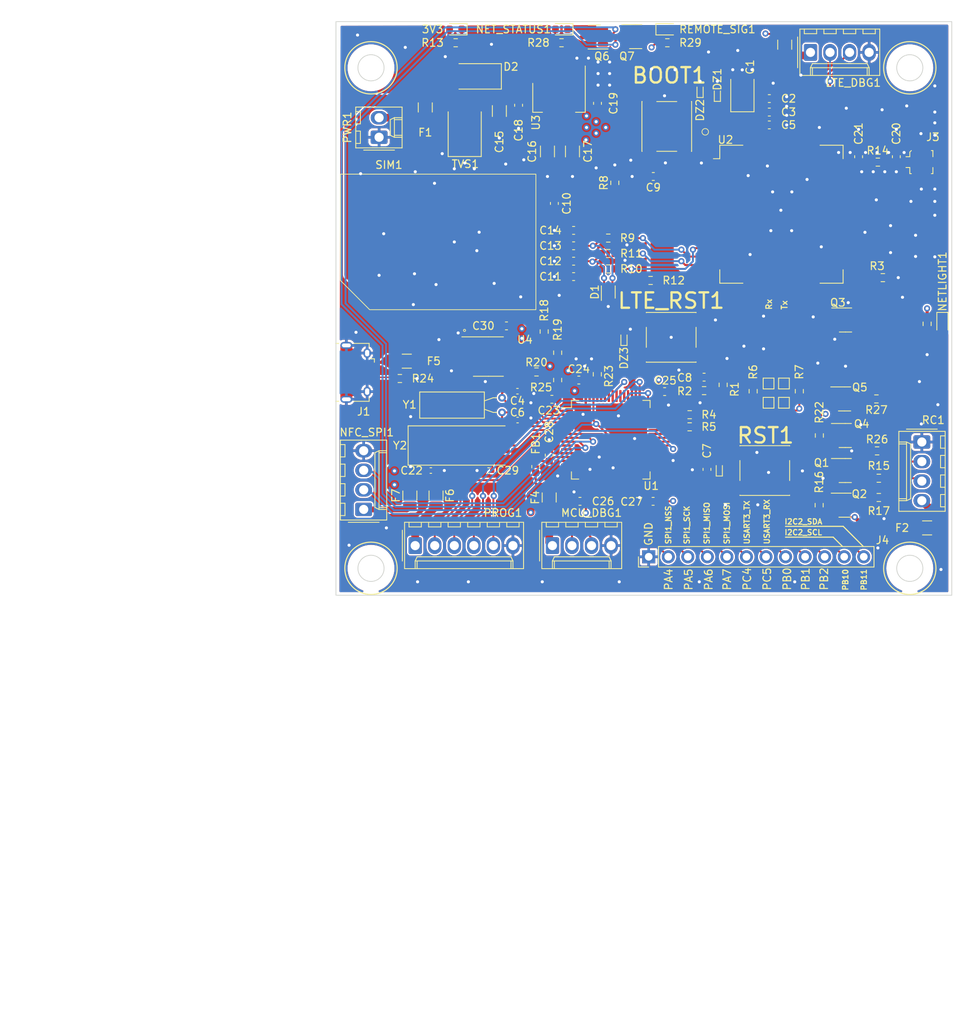
<source format=kicad_pcb>
(kicad_pcb (version 20221018) (generator pcbnew)
  (layers (0 "F.Cu" mixed) (1 "In1.Cu" power) (2 "In2.Cu" power) (31 "B.Cu" signal) (34 "B.Paste" user) (35 "F.Paste" user) (36 "B.SilkS" user "B.Silkscreen") (37 "F.SilkS" user "F.Silkscreen") (38 "B.Mask" user) (39 "F.Mask" user) (44 "Edge.Cuts" user))
  (net 0 "")
  (net 1 "GND")
  (net 2 "+3V3")
  (net 3 "/MANUAL_LTE_RST")
  (net 4 "/LTE_BOOT")
  (net 5 "/SIM_VDD")
  (net 6 "/SIM_GND")
  (net 7 "Net-(SIM1-I{slash}O)")
  (net 8 "Net-(SIM1-CLK)")
  (net 9 "Net-(SIM1-RST)")
  (net 10 "Net-(D2-K)")
  (net 11 "/RF_ANT")
  (net 12 "Net-(D2-A)")
  (net 13 "Net-(U1-PC14{slash}OSC32_IN)")
  (net 14 "Net-(U1-PC15{slash}OSC32_OUT)")
  (net 15 "Net-(U2-~{RESET})")
  (net 16 "/MCU_LTE_RST")
  (net 17 "Net-(U2-VIO_SEL)")
  (net 18 "/MCU_LTE_RX")
  (net 19 "/MCU_LTE_RX_1")
  (net 20 "/MCU_LTE_TX")
  (net 21 "/MCU_LTE_TX_1")
  (net 22 "/SIM_RST")
  (net 23 "/SIM_DATA")
  (net 24 "/SIM_CLK")
  (net 26 "/PSM_EINT")
  (net 58 "/REMOTE_CTRL_CTRL")
  (net 59 "Net-(Q1-D)")
  (net 60 "Net-(Q2-D)")
  (net 61 "Net-(PWR1-Pin_2)")
  (net 62 "/nRST_MCU")
  (net 63 "Net-(3V3-A)")
  (net 64 "Net-(LTE_DBG1-Pin_1)")
  (net 65 "Net-(RC1-Pin_4)")
  (net 66 "Net-(RC1-Pin_2)")
  (net 67 "Net-(RC1-Pin_3)")
  (net 68 "Net-(U1-PH0{slash}OSC_IN)")
  (net 69 "VBAT")
  (net 70 "VDDA")
  (net 71 "Net-(U1-PH1{slash}OSC_OUT)")
  (net 72 "Net-(MCU_DBG1-Pin_1)")
  (net 73 "Net-(J1-VBUS)")
  (net 74 "/USB_D-")
  (net 75 "/USB_D+")
  (net 76 "Net-(J1-ID)")
  (net 77 "/LTE_DBG_TX")
  (net 78 "/LTE_DBG_RX")
  (net 79 "/JTAG_SWDIO")
  (net 80 "/JTAG_SWCLK")
  (net 81 "/JTAG_SWO")
  (net 82 "/PA4")
  (net 83 "/PA5")
  (net 84 "/PA6")
  (net 85 "/PA7")
  (net 86 "/PC4")
  (net 87 "/PC5")
  (net 88 "/PB0")
  (net 89 "/PB1")
  (net 90 "/PB2")
  (net 91 "/PB10")
  (net 92 "/MCU_DBG_TX")
  (net 93 "/MCU_DBG_RX")
  (net 94 "Net-(U1-BOOT0)")
  (net 96 "Net-(NFC_SPI1-Pin_1)")
  (net 97 "/I2C3_SCL")
  (net 116 "/PB11")
  (net 117 "Net-(PROG1-Pin_1)")
  (net 118 "Net-(NETLIGHT1-K)")
  (net 119 "Net-(NETLIGHT1-A)")
  (net 120 "/NETLIGHT")
  (net 121 "/EEPROM_WP")
  (net 122 "/I2C1_SCL")
  (net 123 "/I2C1_SDA")
  (net 124 "Net-(Q4-G)")
  (net 125 "Net-(Q4-D)")
  (net 126 "/REMOTE_CTRL_CTRL1")
  (net 127 "/NET_STATUS")
  (net 128 "Net-(Q7-D)")
  (net 129 "Net-(REMOTE_SIG1-A)")
  (net 130 "Net-(NET_STATUS1-K)")
  (net 131 "Net-(NET_STATUS1-A)")
  (net 132 "/I2C3_SDA")
  (footprint "Fuse:Fuse_1206_3216Metric" (layer "F.Cu") (at 116.9 107.05 90)
    (fp_text reference "F4")
    (fp_text value "FUSE 1A 63V")
  )
  (footprint "LED_SMD:LED_0603_1608Metric" (layer "F.Cu") (at 168 84.5 -90)
    (fp_text reference "NETLIGHT1")
    (fp_text value "LED GREEN")
  )
  (footprint "TestPoint:TestPoint_Pad_1.0x1.0mm" (layer "F.Cu") (at 147.4 94.75 90)
    (fp_text reference "TP_UART_TX1" hide)
    (fp_text value "TestPoint" hide)
  )
  (footprint "Capacitor_SMD:C_0603_1608Metric" (layer "F.Cu") (at 120.9 107.55 180)
    (fp_text reference "C26")
    (fp_text value "100nF 16V MLCC")
  )
  (footprint "Connector_Molex:Molex_KK-254_AE-6410-04A_1x04_P2.54mm_Vertical" (layer "F.Cu") (at 117.32 113.3)
    (fp_text reference "MCU_DBG1")
    (fp_text value "Conn_01x04")
  )
  (footprint "Resistor_SMD:R_0603_1608Metric" (layer "F.Cu") (at 149.4 93.25 90)
    (fp_text reference "R7")
    (fp_text value "10k")
  )
  (footprint "Diode_SMD:D_SOD-923" (layer "F.Cu") (at 139 103.4 90)
    (fp_text reference "DZ4" hide)
    (fp_text value "TVS 5VRWV")
  )
  (footprint "Resistor_SMD:R_0603_1608Metric" (layer "F.Cu") (at 143.4 93.25 90)
    (fp_text reference "R6")
    (fp_text value "10k")
  )
  (footprint "Button_Switch_SMD:SW_SPST_PTS645" (layer "F.Cu") (at 132.75 86.25)
    (fp_text reference "LTE_RST1")
    (fp_text value "SW_SPST" hide)
  )
  (footprint "Diode_SMD:D_SOD-923" (layer "F.Cu") (at 136.5 54.25 90)
    (fp_text reference "DZ2")
    (fp_text value "TVS 5VRWV")
  )
  (footprint "Resistor_SMD:R_0603_1608Metric" (layer "F.Cu") (at 123.15 91.05 90)
    (fp_text reference "R23")
    (fp_text value "10k")
  )
  (footprint "Package_TO_SOT_SMD:SOT-23-3" (layer "F.Cu") (at 155.3625 99)
    (fp_text reference "Q4")
    (fp_text value "PMOS BSS84AK")
  )
  (footprint "Capacitor_SMD:C_1206_3216Metric" (layer "F.Cu") (at 110.425 56.865 -90)
    (fp_text reference "C15")
    (fp_text value "10uF 50V MLCC")
  )
  (footprint "Capacitor_SMD:C_0603_1608Metric" (layer "F.Cu") (at 120.075 76.365 180)
    (fp_text reference "C12")
    (fp_text value "33pF 50V MLCC")
  )
  (footprint "Resistor_SMD:R_0603_1608Metric" (layer "F.Cu") (at 152 99 90)
    (fp_text reference "R22")
    (fp_text value "10k")
  )
  (footprint "Package_QFP:LQFP-64_10x10mm_P0.5mm" (layer "F.Cu") (at 124.9 99.55)
    (fp_text reference "U1")
    (fp_text value "STM32L476RET6")
  )
  (footprint "Diode_SMD:D_SOD-923" (layer "F.Cu") (at 138.75 54.75 90)
    (fp_text reference "DZ1")
    (fp_text value "TVS 5VRWV")
  )
  (footprint "Capacitor_SMD:C_0603_1608Metric" (layer "F.Cu") (at 137.025 91.425)
    (fp_text reference "C8")
    (fp_text value "100nF 16V MLCC")
  )
  (footprint "Resistor_SMD:R_0603_1608Metric" (layer "F.Cu") (at 159.4125 94.25 180)
    (fp_text reference "R27")
    (fp_text value "0R")
  )
  (footprint "Resistor_SMD:R_0603_1608Metric" (layer "F.Cu") (at 118 91.8 90)
    (fp_text reference "R25")
    (fp_text value "0R")
  )
  (footprint "Connector_Molex:Molex_KK-254_AE-6410-02A_1x02_P2.54mm_Vertical" (layer "F.Cu") (at 94.8 60.27 90)
    (fp_text reference "PWR1")
    (fp_text value "Conn_01x02")
  )
  (footprint "LED_SMD:LED_0603_1608Metric" (layer "F.Cu") (at 132.25 46.25)
    (fp_text reference "REMOTE_SIG1")
    (fp_text value "LED GREEN")
  )
  (footprint "Capacitor_SMD:C_0603_1608Metric" (layer "F.Cu") (at 130.4 107.55 180)
    (fp_text reference "C27")
    (fp_text value "100nF 16V MLCC")
  )
  (footprint "Resistor_SMD:R_0603_1608Metric" (layer "F.Cu") (at 116.25 85.5 90)
    (fp_text reference "R18")
    (fp_text value "10k")
  )
  (footprint "Resistor_SMD:R_0603_1608Metric" (layer "F.Cu") (at 124.575 75.365 180)
    (fp_text reference "R11")
    (fp_text value "22R")
  )
  (footprint "Capacitor_SMD:C_0603_1608Metric" (layer "F.Cu") (at 117.25 94.3 180)
    (fp_text reference "C23")
    (fp_text value "1uF 16V MLCC")
  )
  (footprint "Capacitor_SMD:C_0603_1608Metric" (layer "F.Cu") (at 116.9 101.55 90)
    (fp_text reference "C28")
    (fp_text value "100nF 16V MLCC")
  )
  (footprint "Capacitor_SMD:C_0603_1608Metric" (layer "F.Cu") (at 120.75 91.8)
    (fp_text reference "C24")
    (fp_text value "100nF 16V MLCC")
  )
  (footprint "Capacitor_SMD:C_0402_1005Metric" (layer "F.Cu") (at 112.795 97 180)
    (fp_text reference "C6")
    (fp_text value "5pF 50V MLCC")
  )
  (footprint "Connector_PinHeader_2.54mm:PinHeader_1x12_P2.54mm_Vertical" (layer "F.Cu") (at 129.83 114.75 90)
    (fp_text reference "J4")
    (fp_text value "Conn_01x12")
  )
  (footprint "LED_SMD:LED_0603_1608Metric" (layer "F.Cu") (at 104.75 46.25 180)
    (fp_text reference "3V3")
    (fp_text value "LED GREEN")
  )
  (footprint "Resistor_SMD:R_0603_1608Metric" (layer "F.Cu") (at 115.25 90.75 180)
    (fp_text reference "R20")
    (fp_text value "1k")
  )
  (footprint "Resistor_SMD:R_0603_1608Metric" (layer "F.Cu") (at 135.15 96.3 180)
    (fp_text reference "R4")
    (fp_text value "1k")
  )
  (footprint "Capacitor_SMD:C_0402_1005Metric" (layer "F.Cu") (at 109.025 103.55)
    (fp_text reference "C29")
    (fp_text value "16pF 50V MLCC")
  )
  (footprint "Fuse:Fuse_1206_3216Metric" (layer "F.Cu") (at 100.8 56.4 90)
    (fp_text reference "F1")
    (fp_text value "FUSE 1A 63V")
  )
  (footprint "Package_TO_SOT_SMD:SOT-23-3" (layer "F.Cu") (at 128.1375 47.2)
    (fp_text reference "Q7")
    (fp_text value "NMOS 2N7002NXAKR")
  )
  (footprint "Capacitor_SMD:C_1206_3216Metric" (layer "F.Cu") (at 119.925 62.115 -90)
    (fp_text reference "C17")
    (fp_text value "10uF 50V MLCC")
  )
  (footprint "Capacitor_SMD:C_0402_1005Metric" (layer "F.Cu") (at 112.775 93.25 180)
    (fp_text reference "C4")
    (fp_text value "5pF 50V MLCC")
  )
  (footprint "Capacitor_SMD:C_0603_1608Metric" (layer "F.Cu") (at 112.925 56.115 90)
    (fp_text reference "C18")
    (fp_text value "100pF 50V MLCC")
  )
  (footprint "Resistor_SMD:R_0603_1608Metric" (layer "F.Cu") (at 124.575 73.365 180)
    (fp_text reference "R9")
    (fp_text value "22R")
  )
  (footprint "Capacitor_SMD:C_0603_1608Metric" (layer "F.Cu") (at 145.5 57)
    (fp_text reference "C3")
    (fp_text value "100pF 50V MLCC")
  )
  (footprint "Resistor_SMD:R_0603_1608Metric" (layer "F.Cu") (at 118 88.25 90)
    (fp_text reference "R19")
    (fp_text value "1k")
  )
  (footprint "Resistor_SMD:R_0603_1608Metric" (layer "F.Cu") (at 139.5 92.425 -90)
    (fp_text reference "R1")
    (fp_text value "0R")
  )
  (footprint "Resistor_SMD:R_0603_1608Metric" (layer "F.Cu") (at 118.5 48 180)
    (fp_text reference "R28")
    (fp_text value "1k")
  )
  (footprint "Capacitor_SMD:C_0402_1005Metric" (layer "F.Cu") (at 101.525 103.55 180)
    (fp_text reference "C22")
    (fp_text value "16pF 50V MLCC")
  )
  (footprint "Package_TO_SOT_SMD:SOT-23-3" (layer "F.Cu") (at 155.3375 108.05)
    (fp_text reference "Q2")
    (fp_text value "PMOS BSS84AK")
  )
  (footprint "Package_TO_SOT_SMD:SOT-23-3" (layer "F.Cu") (at 155.3625 103.55)
    (fp_text reference "Q1")
    (fp_text value "NMOS 2N7002NXAKR")
  )
  (footprint "GA_MISC:CUI_MICRO_SIM" (layer "F.Cu") (at 111.575 74.865 -90)
    (fp_text reference "SIM1")
    (fp_text value "SIM_Card_6pin")
  )
  (footprint "Resistor_SMD:R_0603_1608Metric" (layer "F.Cu") (at 125.425 66.19 90)
    (fp_text reference "R8")
    (fp_text value "0R")
  )
  (footprint "Resistor_SMD:R_0603_1608Metric" (layer "F.Cu") (at 159.725 107.05 180)
    (fp_text reference "R17")
    (fp_text value "0R")
  )
  (footprint "Capacitor_SMD:C_0603_1608Metric" (layer "F.Cu") (at 117.575 68.865 90)
    (fp_text reference "C10")
    (fp_text value "100nF 16V MLCC")
  )
  (footprint "Resistor_SMD:R_0603_1608Metric" (layer "F.Cu") (at 159.725 104.55 180)
    (fp_text reference "R15")
    (fp_text value "0R")
  )
  (footprint "Fuse:Fuse_1206_3216Metric" (layer "F.Cu") (at 166 111 180)
    (fp_text reference "F2")
    (fp_text value "FUSE 1A 63V")
  )
  (footprint "Fuse:Fuse_1206_3216Metric" (layer "F.Cu") (at 147.5 48.25 90)
    (fp_text reference "F3" hide)
    (fp_text value "FUSE 1A 63V")
  )
  (footprint "Resistor_SMD:R_0603_1608Metric" (layer "F.Cu") (at 130.075 78.865 180)
    (fp_text reference "R12")
    (fp_text value "10k")
  )
  (footprint "Resistor_SMD:R_0603_1608Metric" (layer "F.Cu") (at 151.975 108.05 90)
    (fp_text reference "R16")
    (fp_text value "10k")
  )
  (footprint "Connector_Molex:Molex_KK-254_AE-6410-04A_1x04_P2.54mm_Vertical" (layer "F.Cu") (at 150.8475 49.25)
    (fp_text reference "LTE_DBG1")
    (fp_text value "Conn_01x04")
  )
  (footprint "Capacitor_SMD:C_1206_3216Metric" (layer "F.Cu") (at 116.675 62.115 -90)
    (fp_text reference "C16")
    (fp_text value "10uF 50V MLCC")
  )
  (footprint "TestPoint:TestPoint_Pad_1.0x1.0mm" (layer "F.Cu") (at 145.4 92.25 90)
    (fp_text reference "TP_UART_RX2" hide)
    (fp_text value "TestPoint" hide)
  )
  (footprint "Resistor_SMD:R_0603_1608Metric" (layer "F.Cu") (at 104.75 48 180)
    (fp_text reference "R13")
    (fp_text value "1k")
  )
  (footprint "RF_GSM:Quectel_BC66" (layer "F.Cu") (at 147.075 70.265)
    (fp_text reference "U2")
    (fp_text value "BC660K-GL")
  )
  (footprint "Capacitor_SMD:C_0603_1608Metric" (layer "F.Cu") (at 123.175 55.865 -90)
    (fp_text reference "C19")
    (fp_text value "100pF 50V MLCC")
  )
  (footprint "Connector_Molex:Molex_KK-254_AE-6410-04A_1x04_P2.54mm_Vertical" (layer "F.Cu") (at 92.8 108.6 90)
    (fp_text reference "NFC_SPI1")
    (fp_text value "Conn_01x04")
  )
  (footprint "Package_TO_SOT_SMD:SOT-665" (layer "F.Cu") (at 124.575 80.365 90)
    (fp_text reference "D1")
    (fp_text value "TVS 3V3RWV 4CH")
  )
  (footprint "Fuse:Fuse_1206_3216Metric" (layer "F.Cu") (at 102.2 106.8 90)
    (fp_text reference "F6")
    (fp_text value "FUSE 1A 63V")
  )
  (footprint "Button_Switch_SMD:SW_SPST_PTS645" (layer "F.Cu") (at 132.175 58.865 90)
    (fp_text reference "BOOT1")
    (fp_text value "SW_SPST")
  )
  (footprint "Connector_Molex:Molex_KK-254_AE-6410-04A_1x04_P2.54mm_Vertical" (layer "F.Cu") (at 165.315 99.845 -90)
    (fp_text reference "RC1")
    (fp_text value "Conn_01x04")
  )
  (footprint "Diode_SMD:D_SMA" (layer "F.Cu") (at 107.175 52.365 180)
    (fp_text reference "D2")
    (fp_text value "STKY 420mV 1A")
  )
  (footprint "Package_TO_SOT_SMD:SOT-23-3" (layer "F.Cu") (at 122.75 47.25 180)
    (fp_text reference "Q6")
    (fp_text value "NMOS 2N7002NXAKR")
  )
  (footprint "Fuse:Fuse_1206_3216Metric" (layer "F.Cu") (at 98.8 106.8 90)
    (fp_text reference "F7")
    (fp_text value "FUSE 1A 63V")
  )
  (footprint "Package_TO_SOT_SMD:SOT-23-3" (layer "F.Cu") (at 155.4 84)
    (fp_text reference "Q3")
    (fp_text value "NMOS 2N7002NXAKR")
  )
  (footprint "Resistor_SMD:R_0603_1608Metric" (layer "F.Cu") (at 160.25 78.5)
    (fp_text reference "R3")
    (fp_text value "0R")
  )
  (footprint "Crystal:Crystal_C38-LF_D3.0mm_L8.0mm_Horizontal" (layer "F.Cu") (at 110.775 94.1 -90)
    (fp_text reference "Y1")
    (fp_text value "Crystal 32.768kHz")
  )
  (footprint "Capacitor_SMD:C_0603_1608Metric" (layer "F.Cu") (at 145.5 55.25)
    (fp_text reference "C2")
    (fp_text value "100nF 16V MLCC")
  )
  (footprint "Connector_Coaxial:U.FL_Molex_MCRF_73412-0110_Vertical" (layer "F.Cu") (at 165.25 63.5 -90)
    (fp_text reference "J3")
    (fp_text value "U.FL Coax")
  )
  (footprint "Capacitor_SMD:C_0603_1608Metric" (layer "F.Cu") (at 137.4 103.4 -90)
    (fp_text reference "C7")
    (fp_text value "100nF 16V MLCC")
  )
  (footprint "Package_SO:SOIC-8_3.9x4.9mm_P1.27mm" (layer "F.Cu") (at 109 88.75)
    (fp_text reference "U4")
    (fp_text value "24C64x")
  )
  (footprint "Button_Switch_SMD:SW_SPST_PTS645" (layer "F.Cu") (at 144.91 103.55)
    (fp_text reference "RST1")
    (fp_text value "SW_SPST" hide)
  )
  (footprint "Package_TO_SOT_SMD:SOT-23-3" (layer "F.Cu") (at 155.275 94.25)
    (fp_text reference "Q5")
    (fp_text value "NMOS 2N7002NXAKR")
  )
  (footprint "Resistor_SMD:R_0603_1608Metric" (layer "F.Cu") (at 159.5 101 180)
    (fp_text reference "R26")
    (fp_text value "0R")
  )
  (footprint "Capacitor_Tantalum_SMD:CP_EIA-3528-15_AVX-H" (layer "F.Cu") (at 142 54.5 90)
    (fp_text reference "C1")
    (fp_text value "100uF 6.3V TANT")
  )
  (footprint "Capacitor_SMD:C_0603_1608Metric" (layer "F.Cu") (at 120.075 72.365 180)
    (fp_text reference "C14")
    (fp_text value "33pF 50V MLCC")
  )
  (footprint "Resistor_SMD:R_0603_1608Metric" (layer "F.Cu") (at 159.6 63.5)
    (fp_text reference "R14")
    (fp_text value "0R")
  )
  (footprint "Diode_SMD:D_SMB" (layer "F.Cu") (at 105.925 59.115 90)
    (fp_text reference "TVS1")
    (fp_text value "TVS BID 12V STDOFF")
  )
  (footprint "Inductor_SMD:L_0603_1608Metric" (layer "F.Cu") (at 115.15 103.05 90)
    (fp_text reference "FB1")
    (fp_text value "600 Ohm @ 100 MHz")
  )
  (footprint "Capacitor_SMD:C_0603_1608Metric" (layer "F.Cu") (at 120.075 74.365 180)
    (fp_text reference "C13")
    (fp_text value "33pF 50V MLCC")
  )
  (footprint "Resistor_SMD:R_0603_1608Metric" (layer "F.Cu") (at 135.15 97.875 180)
    (fp_text reference "R5")
    (fp_text value "1k")
  )
  (footprint "Resistor_SMD:R_0603_1608Metric" (layer "F.Cu") (at 124.575 77.365 180)
    (fp_text reference "R10")
    (fp_text value "22R")
  )
  (footprint "Capacitor_SMD:C_0603_1608Metric" (layer "F.Cu") (at 145.5 58.670195)
    (fp_text reference "C5")
    (fp_text value "22pF 50V MLCC")
  )
  (footprint "Package_TO_SOT_SMD:SOT-223-3_TabPin2" (layer "F.Cu") (at 118.175 55.115 -90)
    (fp_text reference "U3")
    (fp_text value "VREG 3V3")
  )
  (footprint "TestPoint:TestPoint_Pad_1.0x1.0mm" (layer "F.Cu") (at 145.4 94.75 90)
    (fp_text reference "TP_UART_RX1" hide)
    (fp_text value "TestPoint" hide)
  )
  (footprint "Diode_SMD:D_SOD-923" (layer "F.Cu") (at 126.615 86.445 90)
    (fp_text reference "DZ3")
    (fp_text value "TVS 5VRWV" hide)
  )
  (footprint "Resistor_SMD:R_0603_1608Metric" (layer "F.Cu") (at 137.025 93.175 180)
    (fp_text reference "R2")
    (fp_text value "0R")
  )
  (footprint "LED_SMD:LED_0603_1608Metric" (layer "F.Cu") (at 118.5 46.25 180)
    (fp_text reference "NET_STATUS1")
    (fp_text value "LED GREEN")
  )
  (footprint "Capacitor_SMD:C_0603_1608Metric" (layer "F.Cu") (at 157.1 62.8 90)
    (fp_text reference "C21")
    (fp_text value "100pF 50V MLCC")
  )
  (footprint "Resistor_SMD:R_0603_1608Metric" (layer "F.Cu") (at 97.5 91.6)
    (fp_text reference "R24")
    (fp_text value "10k")
  )
  (footprint "Crystal:Crystal_SMD_HC49-SD" (layer "F.Cu") (at 105.275 100.3)
    (fp_text reference "Y2")
    (fp_text value "Crystal 8MHz")
  )
  (footprint "Capacitor_SMD:C_0603_1608Metric" (layer "F.Cu") (at 130.425 65.365 180)
    (fp_text reference "C9")
    (fp_text value "22pF 50V MLCC")
  )
  (footprint "TestPoint:TestPoint_Pad_1.0x1.0mm" (layer "F.Cu") (at 147.4 92.25 90)
    (fp_text reference "TP_UART_TX2" hide)
    (fp_text value "TestPoint" hide)
  )
  (footprint "Capacitor_SMD:C_0603_1608Metric" (layer "F.Cu") (at 111.35 84.766789 180)
    (fp_text reference "C30")
    (fp_text value "100nF 16V MLCC")
  )
  (footprint "Connector_USB:USB_Micro-B_Amphenol_10118194_Horizontal" (layer "F.Cu") (at 91.85 90.8 -90)
    (fp_text reference "J1")
    (fp_text value "USB_B_Micro")
  )
  (footprint "Resistor_SMD:R_0603_1608Metric" (layer "F.Cu") (at 132.25 48)
    (fp_text reference "R29")
    (fp_text value "1k")
  )
  (footprint "Resistor_SMD:R_0603_1608Metric" (layer "F.Cu") (at 166 84.5 -90)
    (fp_text reference "R21" hide)
    (fp_text value "1k")
  )
  (footprint "Capacitor_SMD:C_0603_1608Metric" (layer "F.Cu") (at 131.9 93.3)
    (fp_text reference "C25")
    (fp_text value "100nF 16V MLCC")
  )
  (footprint "Capacitor_SMD:C_0603_1608Metric" (layer "F.Cu") (at 162 62.8 90)
    (fp_text reference "C20")
    (fp_text value "100pF 50V MLCC")
  )
  (footprint "Fuse:Fuse_1206_3216Metric" (layer "F.Cu") (at 98.4 89.35)
    (fp_text reference "F5")
    (fp_text value "FUSE 1A 63V")
  )
  (footprint "Connector_Molex:Molex_KK-254_AE-6410-06A_1x06_P2.54mm_Vertical" (layer "F.Cu") (at 99.49 113.3)
    (fp_text reference "PROG1")
    (fp_text value "Conn_01x06")
  )
  (footprint "Capacitor_SMD:C_0603_1608Metric" (layer "F.Cu") (at 120.075 78.365 180)
    (fp_text reference "C11")
    (fp_text value "33pF 50V MLCC")
  )
  (gr_circle (center 93.75 51.25) (end 97.15 51.25) (stroke (width 0.15)) (fill none) (layer "F.SilkS"))
  (gr_circle (center 163.75 51.25) (end 167.15 51.25) (stroke (width 0.15)) (fill none) (layer "F.SilkS"))
  (gr_line (start 147.6 112.2) (end 153.8 112.2) (stroke (width 0.15)) (layer "F.SilkS"))
  (gr_line (start 147.6 110.8) (end 155.1 110.8) (stroke (width 0.15)) (layer "F.SilkS"))
  (gr_line (start 155.1 110.8) (end 157.7 113.4) (stroke (width 0.15)) (layer "F.SilkS"))
  (gr_line (start 153.8 112.2) (end 155 113.4) (stroke (width 0.15)) (layer "F.SilkS"))
  (gr_circle (center 93.75 116.25) (end 97.15 116.25) (stroke (width 0.15)) (fill none) (layer "F.SilkS"))
  (gr_circle (center 163.75 116.25) (end 167.15 116.25) (stroke (width 0.15)) (fill none) (layer "F.SilkS"))
  (gr_circle locked (center 93.75 116.25) (end 95.45 116.25) (stroke (width 0.1)) (fill none) (layer "Edge.Cuts"))
  (gr_circle locked (center 163.75 51.25) (end 165.45 51.25) (stroke (width 0.1)) (fill none) (layer "Edge.Cuts"))
  (gr_circle locked (center 163.75 116.25) (end 165.45 116.25) (stroke (width 0.1)) (fill none) (layer "Edge.Cuts"))
  (gr_circle locked (center 93.75 51.25) (end 95.45 51.25) (stroke (width 0.1)) (fill none) (layer "Edge.Cuts"))
  (gr_rect (start 89.2 45.25) (end 169.2 119.75) (stroke (width 0.1)) (fill none) (layer "Edge.Cuts"))
  (gr_text "Tx" (at 147.9 82.75 90) (layer "F.SilkS") (effects (font (size 0.75 0.75)) (justify left bottom)))
  (gr_text "PA6" (at 138.2 119.2 90) (layer "F.SilkS") (effects (font (size 1 1)) (justify left bottom)))
  (gr_text "Rx" (at 145.9 82.75 90) (layer "F.SilkS") (effects (font (size 0.75 0.75)) (justify left bottom)))
  (gr_text "USART3_RX" (at 145.6 113.2 90) (layer "F.SilkS") (effects (font (size 0.7 0.7)) (justify left bottom)))
  (gr_text "PC5" (at 145.8 119.2 90) (layer "F.SilkS") (effects (font (size 1 1)) (justify left bottom)))
  (gr_text "I2C2_SCL" (at 147.4 112) (layer "F.SilkS") (effects (font (size 0.7 0.7)) (justify left bottom)))
  (gr_text "PB2" (at 153.2 119.2 90) (layer "F.SilkS") (effects (font (size 1 1)) (justify left bottom)))
  (gr_text "GND" (at 130.4 113.4 90) (layer "F.SilkS") (effects (font (size 1 1)) (justify left bottom)))
  (gr_text "PB0" (at 148.4 119.2 90) (layer "F.SilkS") (effects (font (size 1 1)) (justify left bottom)))
  (gr_text "PB10" (at 155.8 119.2 90) (layer "F.SilkS") (effects (font (size 0.7 0.7)) (justify left bottom)))
  (gr_text "PB11" (at 158.2 119.2 90) (layer "F.SilkS") (effects (font (size 0.7 0.7)) (justify left bottom)))
  (gr_text "SPI1_MOSI" (at 140.4 113.2 90) (layer "F.SilkS") (effects (font (size 0.7 0.7)) (justify left bottom)))
  (gr_text "I2C2_SDA" (at 147.4 110.6) (layer "F.SilkS") (effects (font (size 0.7 0.7)) (justify left bottom)))
  (gr_text "SPI1_MISO" (at 137.8 113.2 90) (layer "F.SilkS") (effects (font (size 0.7 0.7)) (justify left bottom)))
  (gr_text "PA7" (at 140.6 119.2 90) (layer "F.SilkS") (effects (font (size 1 1)) (justify left bottom)))
  (gr_text "USART3_TX" (at 143 113.2 90) (layer "F.SilkS") (effects (font (size 0.7 0.7)) (justify left bottom)))
  (gr_text "PA5" (at 135.6 119.2 90) (layer "F.SilkS") (effects (font (size 1 1)) (justify left bottom)))
  (gr_text "PA4" (at 133 119.2 90) (layer "F.SilkS") (effects (font (size 1 1)) (justify left bottom)))
  (gr_text "PB1" (at 150.8 119.2 90) (layer "F.SilkS") (effects (font (size 1 1)) (justify left bottom)))
  (gr_text "PC4" (at 143.2 119.2 90) (layer "F.SilkS") (effects (font (size 1 1)) (justify left bottom)))
  (gr_text "SPI1_NSS" (at 132.8 113.2 90) (layer "F.SilkS") (effects (font (size 0.7 0.7)) (justify left bottom)))
  (gr_text "SPI1_SCK" (at 135.2 113.2 90) (layer "F.SilkS") (effects (font (size 0.7 0.7)) (justify left bottom)))
  (segment (start 140.68 101.3) (end 140.93 101.3) (width 0.2) (layer "F.Cu") (net 1))
  (segment (start 121.65 105.225) (end 121.65 106.067764) (width 0.25) (layer "F.Cu") (net 1))
  (segment (start 157.925 72.615) (end 157.922294 72.612295) (width 0.25) (layer "F.Cu") (net 1))
  (segment (start 128.637701 107.062299) (end 128.15 106.574598) (width 0.25) (layer "F.Cu") (net 1))
  (segment (start 104.255 90.655) (end 106.525 90.655) (width 0.25) (layer "F.Cu") (net 1))
  (segment (start 132.675 94.775) (end 132.4 95.05) (width 0.25) (layer "F.Cu") (net 1))
  (segment (start 105.925 61.265) (end 105.925 63.615) (width 0.25) (layer "F.Cu") (net 1))
  (segment (start 131.417764 96.3) (end 132.4 95.317764) (width 0.25) (layer "F.Cu") (net 1))
  (segment (start 161.075 78.5) (end 162.25 78.5) (width 0.25) (layer "F.Cu") (net 1))
  (segment (start 119.3 76.365) (end 117.575 76.365) (width 0.25) (layer "F.Cu") (net 1))
  (segment (start 129.125402 107.55) (end 129.375 107.55) (width 0.25) (layer "F.Cu") (net 1))
  (segment (start 123.175 55.09) (end 123.175 53.615) (width 0.25) (layer "F.Cu") (net 1))
  (segment (start 123.15 90.225) (end 123.15 89.8) (width 0.25) (layer "F.Cu") (net 1))
  (segment (start 157.775 72.465) (end 157.925 72.615) (width 0.25) (layer "F.Cu") (net 1))
  (segment (start 119.225 101.3) (end 117.425 101.3) (width 0.253) (layer "F.Cu") (net 1))
  (segment (start 132.4 95.317764) (end 132.4 95.05) (width 0.25) (layer "F.Cu") (net 1))
  (segment (start 119.925 63.59) (end 119.925 65.365) (width 0.25) (layer "F.Cu") (net 1))
  (segment (start 114.525 96.7245) (end 114.2505 96.7245) (width 0.25) (layer "F.Cu") (net 1))
  (segment (start 165.25 62.025) (end 165.25 59.85) (width 0.25) (layer "F.Cu") (net 1))
  (segment (start 123.06 52) (end 123.025 51.965) (width 0.25) (layer "F.Cu") (net 1))
  (segment (start 154.0375 104.55) (end 154.0875 104.5) (width 0.25) (layer "F.Cu") (net 1))
  (segment (start 113.255 93.48) (end 113.255 93.25) (width 0.25) (layer "F.Cu") (net 1))
  (segment (start 119.3 74.365) (end 117.575 74.365) (width 0.25) (layer "F.Cu") (net 1))
  (segment (start 116.675 63.59) (end 116.675 65.365) (width 0.25) (layer "F.Cu") (net 1))
  (segment (start 107.075 81.285) (end 107.225 81.135) (width 0.25) (layer "F.Cu") (net 1))
  (segment (start 120.15 106.3) (end 120.125 106.325) (width 0.25) (layer "F.Cu") (net 1))
  (segment (start 128.15 106.574598) (end 128.15 105.225) (width 0.25) (layer "F.Cu") (net 1))
  (segment (start 139 102.98) (end 140.68 101.3) (width 0.2) (layer "F.Cu") (net 1))
  (segment (start 114.2505 96.7245) (end 113.975 97) (width 0.25) (layer "F.Cu") (net 1))
  (segment (start 154.725 72.465) (end 157.775 72.465) (width 0.25) (layer "F.Cu") (net 1))
  (segment (start 165.25 64.975) (end 165.25 67) (width 0.25) (layer "F.Cu") (net 1))
  (segment (start 123.25 52.19) (end 123.25 52) (width 0.25) (layer "F.Cu") (net 1))
  (segment (start 117.425 101.3) (end 116.9 100.775) (width 0.253) (layer "F.Cu") (net 1))
  (segment (start 126.615 86.025) (end 128.385 84.255) (width 0.25) (layer "F.Cu") (net 1))
  (segment (start 123.25 52) (end 123.06 52) (width 0.25) (layer "F.Cu") (net 1))
  (segment (start 120.125 107.55) (end 120.125 106.325) (width 0.25) (layer "F.Cu") (net 1))
  (segment (start 165.25 59.85) (end 165.2 59.8) (width 0.25) (layer "F.Cu") (net 1))
  (segment (start 114.525 94.75) (end 113.255 93.48) (width 0.25) (layer "F.Cu") (net 1))
  (segment (start 121.65 92.275) (end 121.65 93.875) (width 0.253) (layer "F.Cu") (net 1))
  (segment (start 129.65 65.365) (end 127.675 65.365) (width 0.25) (layer "F.Cu") (net 1))
  (segment (start 116.375 94.3) (end 115.65 94.3) (width 0.25) (layer "F.Cu") (net 1))
  (segment (start 125.425 65.365) (end 125.425 63.865) (width 0.25) (layer "F.Cu") (net 1))
  (segment (start 123.025 51.965) (end 120.475 51.965) (width 0.25) (layer "F.Cu") (net 1))
  (segment (start 120.167764 107.55) (end 120.125 107.55) (width 0.25) (layer "F.Cu") (net 1))
  (segment (start 98.575 91.6) (end 99.75 91.6) (width 0.25) (layer "F.Cu") (net 1))
  (segment (start 113.975 97) (end 113.275 97) (width 0.25) (layer "F.Cu") (net 1))
  (segment (start 130.575 96.3) (end 131.417764 96.3) (width 0.25) (layer "F.Cu") (net 1))
  (segment (start 128.637701 107.062299) (end 129.125402 107.55) (width 0.25) (layer "F.Cu") (net 1))
  (segment (start 132.675 93.3) (end 132.675 94.775) (width 0.25) (layer "F.Cu") (net 1))
  (segment (start 119.3 72.365) (end 117.575 72.365) (width 0.25) (layer "F.Cu") (net 1))
  (segment (start 108.545 103.55) (end 107.525 103.55) (width 0.25) (layer "F.Cu") (net 1))
  (segment (start 123.15 89.8) (end 122.4 89.05) (width 0.25) (layer "F.Cu") (net 1))
  (segment (start 131.885 54.885) (end 129.925 54.885) (width 0.25) (layer "F.Cu") (net 1))
  (segment (start 124.575 82.25) (end 124.575 81.295) (width 0.25) (layer "F.Cu") (net 1))
  (segment (start 136.725 63.665) (end 139.425 63.665) (width 0.25) (layer "F.Cu") (net 1))
  (segment (start 104.2 90.6) (end 104.255 90.655) (width 0.25) (layer "F.Cu") (net 1))
  (segment (start 162.8 81.05) (end 162.85 81.1) (width 0.25) (layer "F.Cu") (net 1))
  (segment (start 112.925 56.89) (end 112.925 59.115) (width 0.25) (layer "F.Cu") (net 1))
  (segment (start 104.575 81.185) (end 104.525 81.135) (width 0.25) (layer "F.Cu") (net 1))
  (segment (start 136.675 63.615) (end 136.725 63.665) (width 0.25) (layer "F.Cu") (net 1))
  (segment (start 110.425 58.34) (end 110.425 60.365) (width 0.25) (layer "F.Cu") (net 1))
  (segment (start 121.65 106.067764) (end 120.167764 107.55) (width 0.25) (layer "F.Cu") (net 1))
  (segment (start 102.005 103.55) (end 103.275 103.55) (width 0.25) (layer "F.Cu") (net 1))
  (segment (start 147.075 65.765) (end 147.075 66.015) (width 0.25) (layer "F.Cu") (net 1))
  (segment (start 123.175 52.115) (end 123.25 52.19) (width 0.25) (layer "F.Cu") (net 1))
  (segment (start 115.65 94.3) (end 114.9 93.55) (width 0.25) (layer "F.Cu") (net 1))
  (segment (start 119.3 78.365) (end 117.575 78.365) (width 0.25) (layer "F.Cu") (net 1))
  (segment (start 152.475 104.55) (end 154.0375 104.55) (width 0.25) (layer "F.Cu") (net 1))
  (via (at 123.25 53.5) (size 0.8) (drill 0.4) (layers "F.Cu" "B.Cu") (net 1))
  (via (at 165.25 97.5) (size 0.8) (drill 0.4) (layers "F.Cu" "B.Cu") (net 1))
  (via (at 123 64.25) (size 0.8) (drill 0.4) (layers "F.Cu" "B.Cu") (net 1))
  (via (at 130.2 51.4) (size 0.8) (drill 0.4) (layers "F.Cu" "B.Cu") (net 1))
  (via (at 165 92) (size 0.8) (drill 0.4) (layers "F.Cu" "B.Cu") (net 1))
  (via (at 120.4 89.05) (size 0.8) (drill 0.4) (layers "F.Cu" "B.Cu") (net 1))
  (via (at 124.75 52) (size 0.8) (drill 0.4) (layers "F.Cu" "B.Cu") (net 1))
  (via (at 152.25 74.5) (size 0.8) (drill 0.4) (layers "F.Cu" "B.Cu") (net 1))
  (via (at 135.5 103.45) (size 0.8) (drill 0.4) (layers "F.Cu" "B.Cu") (net 1))
  (via (at 116.675 65.365) (size 0.8) (drill 0.4) (layers "F.Cu" "B.Cu") (net 1))
  (via (at 152 59) (size 0.8) (drill 0.4) (layers "F.Cu" "B.Cu") (net 1))
  (via (at 165.25 67) (size 0.8) (drill 0.4) (layers "F.Cu" "B.Cu") (net 1))
  (via (at 131.885 54.885) (size 0.8) (drill 0.4) (layers "F.Cu" "B.Cu") (net 1))
  (via (at 125.2 103.2) (size 0.8) (drill 0.4) (layers "F.Cu" "B.Cu") (net 1))
  (via (at 126 118) (size 0.8) (drill 0.4) (layers "F.Cu" "B.Cu") (net 1))
  (via (at 140.75 51.5) (size 0.8) (drill 0.4) (layers "F.Cu" "B.Cu") (net 1))
  (via (at 111.25 63.75) (size 0.8) (drill 0.4) (layers "F.Cu" "B.Cu") (net 1))
  (via (at 139.8 108) (size 0.8) (drill 0.4) (layers "F.Cu" "B.Cu") (net 1))
  (via (at 90.9 113.25) (size 0.8) (drill 0.4) (layers "F.Cu" "B.Cu") (net 1))
  (via (at 146 53.25) (size 0.8) (drill 0.4) (layers "F.Cu" "B.Cu") (net 1))
  (via (at 157.5 64.75) (size 0.8) (drill 0.4) (layers "F.Cu" "B.Cu") (net 1))
  (via (at 162.8 81.05) (size 0.8) (drill 0.4) (layers "F.Cu" "B.Cu") (net 1))
  (via (at 164.5 73) (size 0.8) (drill 0.4) (layers "F.Cu" "B.Cu") (net 1))
  (via (at 98.2 48.6) (size 0.8) (drill 0.4) (layers "F.Cu" "B.Cu") (net 1))
  (via (at 136.675 63.615) (size 0.8) (drill 0.4) (layers "F.Cu" "B.Cu") (net 1))
  (via (at 156 62.25) (size 0.8) (drill 0.4) (layers "F.Cu" "B.Cu") (net 1))
  (via (at 155.4 90) (size 0.8) (drill 0.4) (layers "F.Cu" "B.Cu") (net 1))
  (via (at 128.637701 107.062299) (size 0.8) (drill 0.4) (layers "F.Cu" "B.Cu") (net 1))
  (via (at 99.5 64.75) (size 0.8) (drill 0.4) (layers "F.Cu" "B.Cu") (net 1))
  (via (at 105.075 85.681789) (size 0.8) (drill 0.4) (layers "F.Cu" "B.Cu") (net 1))
  (via (at 167 75.8) (size 0.8) (drill 0.4) (layers "F.Cu" "B.Cu") (net 1))
  (via (at 99.4 78) (size 0.8) (drill 0.4) (layers "F.Cu" "B.Cu") (net 1))
  (via (at 126.75 76.25) (size 0.8) (drill 0.4) (layers "F.Cu" "B.Cu") (net 1))
  (via (at 167 60) (size 0.8) (drill 0.4) (layers "F.Cu" "B.Cu") (net 1))
  (via (at 165.2 59.8) (size 0.8) (drill 0.4) (layers "F.Cu" "B.Cu") (net 1))
  (via (at 133.75 90.5) (size 0.8) (drill 0.4) (layers "F.Cu" "B.Cu") (net 1))
  (via (at 138.75 53) (size 0.8) (drill 0.4) (layers "F.Cu" "B.Cu") (net 1))
  (via (at 157.925 72.615) (size 0.8) (drill 0.4) (layers "F.Cu" "B.Cu") (net 1))
  (via (at 152.475 104.55) (size 0.8) (drill 0.4) (layers "F.Cu" "B.Cu") (net 1))
  (via (at 159 64.75) (size 0.8) (drill 0.4) (layers "F.Cu" "B.Cu") (net 1))
  (via (at 120.5 50) (size 0.8) (drill 0.4) (layers "F.Cu" "B.Cu") (net 1))
  (via (at 149.8 103.6) (size 0.8) (drill 0.4) (layers "F.Cu" "B.Cu") (net 1))
  (via (at 102.2 79.4) (size 0.8) (drill 0.4) (layers "F.Cu" "B.Cu") (net 1))
  (via (at 98.9 96.55) (size 0.8) (drill 0.4) (layers "F.Cu" "B.Cu") (net 1))
  (via (at 148.4 72.4) (size 0.8) (drill 0.4) (layers "F.Cu" "B.Cu") (net 1))
  (via (at 118 104.25) (size 0.8) (drill 0.4) (layers "F.Cu" "B.Cu") (net 1))
  (via (at 156.2 101) (size 0.8) (drill 0.4) (layers "F.Cu" "B.Cu") (net 1))
  (via (at 120.125 106.325) (size 0.8) (drill 0.4) (layers "F.Cu" "B.Cu") (net 1))
  (via (at 127.5 63.25) (size 0.8) (drill 0.4) (layers "F.Cu" "B.Cu") (net 1))
  (via (at 155.5 56.5) (size 0.8) (drill 0.4) (layers "F.Cu" "B.Cu") (net 1))
  (via (at 161.25 71.75) (size 0.8) (drill 0.4) (layers "F.Cu" "B.Cu") (net 1))
  (via (at 167 67) (size 0.8) (drill 0.4) (layers "F.Cu" "B.Cu") (net 1))
  (via (at 163.9 68.6) (size 0.8) (drill 0.4) (layers "F.Cu" "B.Cu") (net 1))
  (via (at 107.175 64.365) (size 0.8) (drill 0.4) (layers "F.Cu" "B.Cu") (net 1))
  (via (at 136.5 53) (size 0.8) (drill 0.4) (layers "F.Cu" "B.Cu") (net 1))
  (via (at 162.25 78.5) (size 0.8) (drill 0.4) (layers "F.Cu" "B.Cu") (net 1))
  (via (at 136.5 94.75) (size 0.8) (drill 0.4) (layers "F.Cu" "B.Cu") (net 1))
  (via (at 155.75 81.75) (size 0.8) (drill 0.4) (layers "F.Cu" "B.Cu") (net 1))
  (via (at 105.925 63.615) (size 0.8) (drill 0.4) (layers "F.Cu" "B.Cu") (net 1))
  (via (at 91.8 85.6) (size 0.8) (drill 0.4) (layers "F.Cu" "B.Cu") (net 1))
  (via (at 163.008831 62.252857) (size 0.8) (drill 0.4) (layers "F.Cu" "B.Cu") (net 1))
  (via (at 132.75 86.25) (size 0.8) (drill 0.4) (layers "F.Cu" "B.Cu") (net 1))
  (via (at 109.75 79.25) (size 0.8) (drill 0.4) (layers "F.Cu" "B.Cu") (net 1))
  (via (at 103.4 49.8) (size 0.8) (drill 0.4) (layers "F.Cu" "B.Cu") (net 1))
  (via (at 98.9 103.05) (size 0.8) (drill 0.4) (layers "F.Cu" "B.Cu") (net 1))
  (via (at 147.75 55.006554) (size 0.8) (drill 0.4) (layers "F.Cu" "B.Cu") (net 1))
  (via (at 102 66.25) (size 0.8) (drill 0.4) (layers "F.Cu" "B.Cu") (net 1))
  (via (at 160.5 64.75) (size 0.8) (drill 0.4) (layers "F.Cu" "B.Cu") (net 1))
  (via (at 138.5 84) (size 0.8) (drill 0.4) (layers "F.Cu" "B.Cu") (net 1))
  (via (at 103 62.4) (size 0.8) (drill 0.4) (layers "F.Cu" "B.Cu") (net 1))
  (via (at 160.4 109.8) (size 0.8) (drill 0.4) (layers "F.Cu" "B.Cu") (net 1))
  (via (at 167 68.6) (size 0.8) (drill 0.4) (layers "F.Cu" "B.Cu") (net 1))
  (via (at 161 62.25) (size 0.8) (drill 0.4) (layers "F.Cu" "B.Cu") (net 1))
  (via (at 123.25 52) (size 0.8) (drill 0.4) (layers "F.Cu" "B.Cu") (net 1))
  (via (at 137.6 49.2) (size 0.8) (drill 0.4) (layers "F.Cu" "B.Cu") (net 1))
  (via (at 99.75 91.6) (size 0.8) (drill 0.4) (layers "F.Cu" "B.Cu") (net 1))
  (via (at 95.75 111) (size 0.8) (drill 0.4) (layers "F.Cu" "B.Cu") (net 1))
  (via (at 149.6 52.2) (size 0.8) (drill 0.4) (layers "F.Cu" "B.Cu") (net 1))
  (via (at 117.575 72.365) (size 0.8) (drill 0.4) (layers "F.Cu" "B.Cu") (net 1))
  (via (at 124.75 53.5) (size 0.8) (drill 0.4) (layers "F.Cu" "B.Cu") (net 1))
  (via (at 133 102.25) (size 0.8) (drill 0.4) (layers "F.Cu" "B.Cu") (net 1))
  (via (at 110.425 60.365) (size 0.8) (drill 0.4) (layers "F.Cu" "B.Cu") (net 1))
  (via (at 147.755965 58.670195) (size 0.8) (drill 0.4) (layers "F.Cu" "B.Cu") (net 1))
  (via (at 167 57) (size 0.8) (drill 0.4) (layers "F.Cu" "B.Cu") (net 1))
  (via (at 151.8 89.6) (size 0.8) (drill 0.4) (layers "F.Cu" "B.Cu") (net 1))
  (via (at 104.575 64.365) (size 0.8) (drill 0.4) (layers "F.Cu" "B.Cu") (net 1))
  (via (at 117.575 78.365) (size 0.8) (drill 0.4) (layers "F.Cu" "B.Cu") (net 1))
  (via (at 117.575 76.365) (size 0.8) (drill 0.4) (layers "F.Cu" "B.Cu") (net 1))
  (via (at 108.6 92) (size 0.8) (drill 0.4) (layers "F.Cu" "B.Cu") (net 1))
  (via (at 99.8 118) (size 0.8) (drill 0.4) (layers "F.Cu" "B.Cu") (net 1))
  (via (at 104.2 90.6) (size 0.8) (drill 0.4) (layers "F.Cu" "B.Cu") (net 1))
  (via (at 145.925 67.365) (size 0.8) (drill 0.4) (layers "F.Cu" "B.Cu") (net 1))
  (via (at 107.5 75) (size 0.8) (drill 0.4) (layers "F.Cu" "B.Cu") (net 1))
  (via (at 121.5 90) (size 0.8) (drill 0.4) (layers "F.Cu" "B.Cu") (net 1))
  (via (at 163.35 56.2) (size 0.8) (drill 0.4) (layers "F.Cu" "B.Cu") (net 1))
  (via (at 114.525 94.75) (size 0.8) (drill 0.4) (layers "F.Cu" "B.Cu") (net 1))
  (via (at 125.425 63.865) (size 0.8) (drill 0.4) (layers "F.Cu" "B.Cu") (net 1))
  (via (at 92.4 65) (size 0.8) (drill 0.4) (layers "F.Cu" "B.Cu") (net 1))
  (via (at 162 64.75) (size 0.8) (drill 0.4) (layers "F.Cu" "B.Cu") (net 1))
  (via (at 161.25 75.25) (size 0.8) (drill 0.4) (layers "F.Cu" "B.Cu") (net 1))
  (via (at 107.8 72.6) (size 0.8) (drill 0.4) (layers "F.Cu" "B.Cu") (net 1))
  (via (at 116 118) (size 0.8) (drill 0.4) (layers "F.Cu" "B.Cu") (net 1))
  (via (at 145.7 72.4) (size 0.8) (drill 0.4) (layers "F.Cu" "B.Cu") (net 1))
  (via (at 136.4 118) (size 0.8) (drill 0.4) (layers "F.Cu" "B.Cu") (net 1))
  (via (at 124.575 82.25) (size 0.8) (drill 0.4) (layers "F.Cu" "B.Cu") (net 1))
  (via (at 117.575 74.365) (size 0.8) (drill 0.4) (layers "F.Cu" "B.Cu") (net 1))
  (via (at 147.755965 57.420195) (size 0.8) (drill 0.4) (layers "F.Cu" "B.Cu") (net 1))
  (via (at 154.5 62.25) (size 0.8) (drill 0.4) (layers "F.Cu" "B.Cu") (net 1))
  (via (at 148.425 67.365) (size 0.8) (drill 0.4) (layers "F.Cu" "B.Cu") (net 1))
  (via (at 141.980876 51.520558) (size 0.8) (drill 0.4) (layers "F.Cu" "B.Cu") (net 1))
  (via (at 116.9 99.55) (size 0.8) (drill 0.4) (layers "F.Cu" "B.Cu") (net 1))
  (via (at 143.25 51.5) (size 0.8) (drill 0.4) (layers "F.Cu" "B.Cu") (net 1))
  (via (at 144.75 87.75) (size 0.8) (drill 0.4) (layers "F.Cu" "B.Cu") (net 1))
  (via (at 123.25 50.5) (size 0.8) (drill 0.4) (layers "F.Cu" "B.Cu") (net 1))
  (via (at 106.4 118) (size 0.8) (drill 0.4) (layers "F.Cu" "B.Cu") (net 1))
  (via (at 143.885 101.2) (size 0.8) (drill 0.4) (layers "F.Cu" "B.Cu") (net 1))
  (via (at 112.925 59.115) (size 0.8) (drill 0.4) (layers "F.Cu" "B.Cu") (net 1))
  (via (at 141.4 49) (size 0.8) (drill 0.4) (layers "F.Cu" "B.Cu") (net 1))
  (via (at 144 108) (size 0.8) (drill 0.4) (layers "F.Cu" "B.Cu") (net 1))
  (via (at 157.4 97.6) (size 0.8) (drill 0.4) (layers "F.Cu" "B.Cu") (net 1))
  (via (at 114.9 93.55) (size 0.8) (drill 0.4) (layers "F.Cu" "B.Cu") (net 1))
  (via (at 114.525 96.7245) (size 0.8) (drill 0.4) (layers "F.Cu" "B.Cu") (net 1))
  (via (at 123.4 101.8) (size 0.8) (drill 0.4) (layers "F.Cu" "B.Cu") (net 1))
  (via (at 167.8 116.4) (size 0.8) (drill 0.4) (layers "F.Cu" "B.Cu") (net 1))
  (via (at 109.4 48.2) (size 0.8) (drill 0.4) (layers "F.Cu" "B.Cu") (net 1))
  (via (at 142.75 65.25) (size 0.8) (drill 0.4) (layers "F.Cu" "B.Cu") (net 1))
  (via (at 118.2 80.8) (size 0.8) (drill 0.4) (layers "F.Cu" "B.Cu") (net 1))
  (via (at 151.2 83.6) (size 0.8) (drill 0.4) (layers "F.Cu" "B.Cu") (net 1))
  (via (at 154 86.5) (size 0.8) (drill 0.4) (layers "F.Cu" "B.Cu") (net 1))
  (via (at 160.15 56.7) (size 0.8) (drill 0.4) (layers "F.Cu" "B.Cu") (net 1))
  (via (at 127 74.25) (size 0.8) (drill 0.4) (layers "F.Cu" "B.Cu") (net 1))
  (via (at 127.675 65.365) (size 0.8) (drill 0.4) (layers "F.Cu" "B.Cu") (net 1))
  (via (at 145.25 64) (size 0.8) (drill 0.4) (layers "F.Cu" "B.Cu") (net 1))
  (via (at 127.445 85.195) (size 0.8) (drill 0.4) (layers "F.Cu" "B.Cu") (net 1))
  (via (at 143 75.5) (size 0.8) (drill 0.4) (layers "F.Cu" "B.Cu") (net 1))
  (via (at 167 58.4) (size 0.8) (drill 0.4) (layers "F.Cu" "B.Cu") (net 1))
  (via (at 140 89) (size 0.8) (drill 0.4) (layers "F.Cu" "B.Cu") (net 1))
  (via (at 92 47) (size 0.8) (drill 0.4) (layers "F.Cu" "B.Cu") (net 1))
  (via (at 142.2 87.4) (size 0.8) (drill 0.4) (layers "F.Cu" "B.Cu") (net 1))
  (via (at 162 59.25) (size 0.8) (drill 0.4) (layers "F.Cu" "B.Cu") (net 1))
  (via (at 167 70.4) (size 0.8) (drill 0.4) (layers "F.Cu" "B.Cu") (net 1))
  (via (at 113.6 63.2) (size 0.8) (drill 0.4) (layers "F.Cu" "B.Cu") (net 1))
  (via (at 119.925 65.365) (size 0.8) (drill 0.4) (layers "F.Cu" "B.Cu") (net 1))
  (via (at 144.75 83.5) (size 0.8) (drill 0.4) (layers "F.Cu" "B.Cu") (net 1))
  (via (at 99.25 82) (size 0.8) (drill 0.4) (layers "F.Cu" "B.Cu") (net 1))
  (via (at 107.525 103.55) (size 0.8) (drill 0.4) (layers "F.Cu" "B.Cu") (net 1))
  (via (at 122 50) (size 0.8) (drill 0.4) (layers "F.Cu" "B.Cu") (net 1))
  (via (at 132 63.6) (size 0.8) (drill 0.4) (layers "F.Cu" "B.Cu") (net 1))
  (via (at 103.275 103.55) (size 0.8) (drill 0.4) (layers "F.Cu" "B.Cu") (net 1))
  (via (at 148.8 118) (size 0.8) (drill 0.4) (layers "F.Cu" "B.Cu") (net 1))
  (via (at 121.3 96.25) (size 0.8) (drill 0.4) (layers "F.Cu" "B.Cu") (net 1))
  (via (at 147 69.75) (size 0.8) (drill 0.4) (layers "F.Cu" "B.Cu") (net 1))
  (via (at 104.575 73.865) (size 0.8) (drill 0.4) (layers "F.Cu" "B.Cu") (net 1))
  (via (at 122.4 89.05) (size 0.8) (drill 0.4) (layers "F.Cu" "B.Cu") (net 1))
  (via (at 159.6 113.6) (size 0.8) (drill 0.4) (layers "F.Cu" "B.Cu") (net 1))
  (via (at 147.75 56.25) (size 0.8) (drill 0.4) (layers "F.Cu" "B.Cu") (net 1))
  (via (at 159.5 62.25) (size 0.8) (drill 0.4) (layers "F.Cu" "B.Cu") (net 1))
  (via (at 145.4 103.8) (size 0.8) (drill 0.4) (layers "F.Cu" "B.Cu") (net 1))
  (via (at 113.2 81) (size 0.8) (drill 0.4) (layers "F.Cu" "B.Cu") (net 1))
  (via (at 164.5 75.75) (size 0.8) (drill 0.4) (layers "F.Cu" "B.Cu") (net 1))
  (via (at 102.575 86.55) (size 0.8) (drill 0.4) (layers "F.Cu" "B.Cu") (net 1))
  (via (at 128 99.4) (size 0.8) (drill 0.4) (layers "F.Cu" "B.Cu") (net 1))
  (via (at 132.4 95.05) (size 0.8) (drill 0.4) (layers "F.Cu" "B.Cu") (net 1))
  (via (at 122.2 103.4) (size 0.8) (drill 0.4) (layers "F.Cu" "B.Cu") (net 1))
  (via (at 157.1 59.25) (size 0.8) (drill 0.4) (layers "F.Cu" "B.Cu") (net 1))
  (via (at 94.8 78.2) (size 0.8) (drill 0.4) (layers "F.Cu" "B.Cu") (net 1))
  (via (at 158 62.25) (size 0.8) (drill 0.4) (layers "F.Cu" "B.Cu") (net 1))
  (via (at 133.25 51.5) (size 0.8) (drill 0.4) (layers "F.Cu" "B.Cu") (net 1))
  (via (at 95.4 72.8) (size 0.8) (drill 0.4) (layers "F.Cu" "B.Cu") (net 1))
  (via (at 159.4 68.4) (size 0.8) (drill 0.4) (layers "F.Cu" "B.Cu") (net 1))
  (via (at 167 53.6) (size 0.8) (drill 0.4) (layers "F.Cu" "B.Cu") (net 1))
  (via (at 125.9 96.45) (size 0.8) (drill 0.4) (layers "F.Cu" "B.Cu") (net 1))
  (via (at 124.75 50.5) (size 0.8) (drill 0.4) (layers "F.Cu" "B.Cu") (net 1))
  (via (at 150.4 65.75) (size 0.8) (drill 0.4) (layers "F.Cu" "B.Cu") (net 1))
  (via (at 167.4 95) (size 0.8) (drill 0.4) (layers "F.Cu" "B.Cu") (net 1))
  (via (at 166 88.5) (size 0.8) (drill 0.4) (layers "F.Cu" "B.Cu") (net 1))
  (segment (start 145.05 46.85) (end 145 46.8) (width 0.25) (layer "F.Cu") (net 2))
  (segment (start 166 83.675) (end 166 82.5) (width 0.4) (layer "F.Cu") (net 2))
  (segment (start 114.5 106.7) (end 115.55 105.65) (width 1) (layer "F.Cu") (net 2))
  (segment (start 152.125 99.95) (end 152 99.825) (width 0.25) (layer "F.Cu") (net 2))
  (segment (start 118.175 51.965) (end 118.175 51.715) (width 0.5) (layer "F.Cu") (net 2))
  (segment (start 116.66 50.2) (end 106.997918 50.2) (width 0.5) (layer "F.Cu") (net 2))
  (segment (start 131.175 107.55) (end 131.175 107.325) (width 0.25) (layer "F.Cu") (net 2))
  (segment (start 115.55 105.65) (end 116.9 105.65) (width 1) (layer "F.Cu") (net 2))
  (segment (start 115.15 103.8375) (end 115.15 105.25) (width 0.25) (layer "F.Cu") (net 2))
  (segment (start 132.95 107.55) (end 131.175 107.55) (width 0.25) (layer "F.Cu") (net 2))
  (segment (start 131.125 91.775) (end 131.125 93.3) (width 0.25) (layer "F.Cu") (net 2))
  (segment (start 119.325 49.275) (end 119.325 48) (width 0.5) (layer "F.Cu") (net 2))
  (segment (start 130.575 95.8) (end 130.575 94.875) (width 0.25) (layer "F.Cu") (net 2))
  (segment (start 131.425 48) (end 130.8 48) (width 0.25) (layer "F.Cu") (net 2))
  (segment (start 156.6 109.6) (end 158 111) (width 0.5) (layer "F.Cu") (net 2))
  (segment (start 158 111) (end 164.6 111) (width 0.5) (layer "F.Cu") (net 2))
  (segment (start 131.125 91.775) (end 131.25 91.65) (width 0.25) (layer "F.Cu") (net 2))
  (segment (start 150.6 98.8) (end 150.6 98) (width 0.25) (layer "F.Cu") (net 2))
  (segment (start 139.6175 56.0375) (end 142 56.0375) (width 0.25) (layer "F.Cu") (net 2))
  (segment (start 151.975 108.875) (end 154.075 108.875) (width 0.25) (layer "F.Cu") (net 2))
  (segment (start 115.15 105.25) (end 115.55 105.65) (width 0.25) (layer "F.Cu") (net 2))
  (segment (start 150.6 98) (end 152.4 96.2) (width 0.25) (layer "F.Cu") (net 2))
  (segment (start 152.4 96.2) (end 152.8 96.2) (width 0.25) (layer "F.Cu") (net 2))
  (segment (start 143.4 95.5) (end 143.65 95.75) (width 0.25) (layer "F.Cu") (net 2))
  (segment (start 118.175 51.715) (end 116.66 50.2) (width 0.5) (layer "F.Cu") (net 2))
  (segment (start 154.2 109) (end 154.8 109.6) (width 0.25) (layer "F.Cu") (net 2))
  (segment (start 121.675 107.55) (end 121.675 109.025) (width 0.25) (layer "F.Cu") (net 2))
  (segment (start 118.175 51.965) (end 118.175 50.425) (width 0.5) (layer "F.Cu") (net 2))
  (segment (start 106.997918 50.2) (end 105.575 48.777082) (width 0.5) (layer "F.Cu") (net 2))
  (segment (start 130.575 94.875) (end 131.125 94.325) (width 0.25) (layer "F.Cu") (net 2))
  (segment (start 143.65 95.75) (end 149.15 95.75) (width 0.25) (layer "F.Cu") (net 2))
  (segment (start 131.125 94.325) (end 131.125 93.3) (width 0.25) (layer "F.Cu") (net 2))
  (segment (start 130.8 48) (end 130.2 48.6) (width 0.25) (layer "F.Cu") (net 2))
  (segment (start 114.5 109) (end 114.5 106.7) (width 1) (layer "F.Cu") (net 2))
  (segment (start 129.15 106.55) (end 128.65 106.05) (width 0.25) (layer "F.Cu") (net 2))
  (segment (start 152 99.825) (end 151.625 99.825) (width 0.25) (layer "F.Cu") (net 2))
  (segment (start 147.5 46.85) (end 145.05 46.85) (width 0.25) (layer "F.Cu") (net 2))
  (segment (start 154.075 108.875) (end 154.2 109) (width 0.25) (layer "F.Cu") (net 2))
  (segment (start 122.15 105.225) (end 122.15 107.075) (width 0.25) (layer "F.Cu") (net 2))
  (segment (start 128.65 105.225) (end 128.65 106.025) (width 0.25) (layer "F.Cu") (net 2))
  (segment (start 151.625 99.825) (end 150.6 98.8) (width 0.25) (layer "F.Cu") (net 2))
  (segment (start 138.75 55.17) (end 139.6175 56.0375) (width 0.25) (layer "F.Cu") (net 2))
  (segment (start 154.225 99.95) (end 152.125 99.95) (width 0.25) (layer "F.Cu") (net 2))
  (segment (start 131.175 107.325) (end 130.4 106.55) (width 0.25) (layer "F.Cu") (net 2))
  (segment (start 105.575 48.777082) (end 105.575 48) (width 0.5) (layer "F.Cu") (net 2))
  (segment (start 149.4 94.325) (end 149.4 95.5) (width 0.25) (layer "F.Cu") (net 2))
  (segment (start 121.675 109.025) (end 121.65 109.05) (width 0.25) (layer "F.Cu") (net 2))
  (segment (start 143.4 95.5) (end 143.4 94.075) (width 0.25) (layer "F.Cu") (net 2))
  (segment (start 118.175 50.425) (end 119.325 49.275) (width 0.5) (layer "F.Cu") (net 2))
  (segment (start 154.8 109.6) (end 156.6 109.6) (width 0.25) (layer "F.Cu") (net 2))
  (segment (start 130.4 106.55) (end 129.15 106.55) (width 0.25) (layer "F.Cu") (net 2))
  (segment (start 115.15 103.8375) (end 115.1125 103.8375) (width 0.25) (layer "F.Cu") (net 2))
  (segment (start 122.15 107.075) (end 121.675 107.55) (width 0.25) (layer "F.Cu") (net 2))
  (segment (start 149.15 95.75) (end 149.4 95.5) (width 0.25) (layer "F.Cu") (net 2))
  (via (at 121.675 60.615) (size 0.8) (drill 0.4) (layers "F.Cu" "B.Cu") (net 2))
  (via (at 149.4 95.5) (size 0.8) (drill 0.4) (layers "F.Cu" "B.Cu") (net 2))
  (via (at 119.3625 90.5875) (size 0.8) (drill 0.4) (layers "F.Cu" "B.Cu") (net 2))
  (via (at 114.5 109) (size 0.8) (drill 0.4) (layers "F.Cu" "B.Cu") (net 2))
  (via (at 152.8 96.2) (size 0.8) (drill 0.4) (layers "F.Cu" "B.Cu") (net 2))
  (via (at 121.65 109.05) (size 0.8) (drill 0.4) (layers "F.Cu" "B.Cu") (net 2))
  (via (at 133 107.5) (size 0.8) (drill 0.4) (layers "F.Cu" "B.Cu") (net 2))
  (via (at 117 90) (size 0.8) (drill 0.4) (layers "F.Cu" "B.Cu") (net 2))
  (via (at 123 59.75) (size 0.8) (drill 0.4) (layers "F.Cu" "B.Cu") (net 2))
  (via (at 145 46.8) (size 0.8) (drill 0.4) (layers "F.Cu" "B.Cu") (net 2))
  (via (at 121.75 59) (size 0.8) (drill 0.4) (layers "F.Cu" "B.Cu") (net 2))
  (via (at 121.75 57.5) (size 0.8) (drill 0.4) (layers "F.Cu" "B.Cu") (net 2))
  (via (at 131.125 91.775) (size 0.8) (drill 0.4) (layers "F.Cu" "B.Cu") (net 2))
  (via (at 96.8 103.6) (size 0.8) (drill 0.4) (layers "F.Cu" "B.Cu") (net 2))
  (via (at 123 58.25) (size 0.8) (drill 0.4) (layers "F.Cu" "B.Cu") (net 2))
  (via (at 96.8 105.4) (size 0.8) (drill 0.4) (layers "F.Cu" "B.Cu") (net 2))
  (via (at 166 82.5) (size 0.8) (drill 0.4) (layers "F.Cu" "B.Cu") (net 2))
  (via (at 120.2 93.2) (size 0.8) (drill 0.4) (layers "F.Cu" "B.Cu") (net 2))
  (via (at 156.6 109.6) (size 0.8) (drill 0.4) (layers "F.Cu" "B.Cu") (net 2))
  (via (at 124.25 59) (size 0.8) (drill 0.4) (layers "F.Cu" "B.Cu") (net 2))
  (via (at 130.2 48.6) (size 0.8) (drill 0.4) (layers "F.Cu" "B.Cu") (net 2))
  (via (at 113.35 85.135) (size 0.8) (drill 0.4) (layers "F.Cu" "B.Cu") (net 2))
  (via (at 113.35 86.385) (size 0.8) (drill 0.4) (layers "F.Cu" "B.Cu") (net 2))
  (segment (start 136.73 88.5) (end 136.73 89.48) (width 0.2) (layer "F.Cu") (net 3))
  (segment (start 137.8 90.55) (end 137.8 91.425) (width 0.2) (layer "F.Cu") (net 3))
  (segment (start 128.77 88.5) (end 136.73 88.5) (width 0.2) (layer "F.Cu") (net 3))
  (segment (start 139.325 91.425) (end 139.5 91.6) (width 0.2) (layer "F.Cu") (net 3))
  (segment (start 137.8 91.425) (end 139.325 91.425) (width 0.2) (layer "F.Cu") (net 3))
  (segment (start 136.73 89.48) (end 137.8 90.55) (width 0.2) (layer "F.Cu") (net 3))
  (segment (start 126.615 86.865) (end 128.385 88.635) (width 0.2) (layer "F.Cu") (net 3))
  (segment (start 128.385 88.635) (end 128.385 88.695) (width 0.2) (layer "F.Cu") (net 3))
  (segment (start 136.285 54.885) (end 136.5 54.67) (width 0.25) (layer "F.Cu") (net 4))
  (segment (start 136.425 69.115) (end 136.425 66.865) (width 0.25) (layer "F.Cu") (net 4))
  (segment (start 134.425 64.865) (end 134.425 62.845) (width 0.25) (layer "F.Cu") (net 4))
  (segment (start 137.575 70.265) (end 136.425 69.115) (width 0.25) (layer "F.Cu") (net 4))
  (segment (start 139.425 70.265) (end 137.575 70.265) (width 0.25) (layer "F.Cu") (net 4))
  (segment (start 131.2 65.365) (end 131.905 65.365) (width 0.25) (layer "F.Cu") (net 4))
  (segment (start 134.425 54.885) (end 136.285 54.885) (width 0.25) (layer "F.Cu") (net 4))
  (segment (start 131.905 65.365) (end 134.425 62.845) (width 0.25) (layer "F.Cu") (net 4))
  (segment (start 136.425 66.865) (end 134.425 64.865) (width 0.25) (layer "F.Cu") (net 4))
  (segment (start 111.72 69.64) (end 111.575 69.785) (width 0.25) (layer "F.Cu") (net 5))
  (segment (start 130.075 81.215) (end 130.9 80.39) (width 0.25) (layer "F.Cu") (net 5))
  (segment (start 125.115 81.215) (end 130.075 81.215) (width 0.25) (layer "F.Cu") (net 5))
  (segment (start 130.9 80.39) (end 130.9 78.865) (width 0.25) (layer "F.Cu") (net 5))
  (segment (start 117.43 69.785) (end 117.575 69.64) (width 0.25) (layer "F.Cu") (net 5))
  (segment (start 120.85 79.04) (end 120.85 78.365) (width 0.25) (layer "F.Cu") (net 7))
  (segment (start 101.562347 77.365) (end 99.062347 74.865) (width 0.25) (layer "F.Cu") (net 7))
  (segment (start 122.75 78.365) (end 123.75 77.365) (width 0.25) (layer "F.Cu") (net 7))
  (segment (start 122.575 78.365) (end 122.75 78.365) (width 0.25) (layer "F.Cu") (net 7))
  (segment (start 124.035 81.215) (end 123.025 81.215) (width 0.25) (layer "F.Cu") (net 7))
  (segment (start 123.025 81.215) (end 120.85 79.04) (width 0.25) (layer "F.Cu") (net 7))
  (segment (start 120.85 78.365) (end 122.575 78.365) (width 0.25) (layer "F.Cu") (net 7))
  (segment (start 123.75 77.365) (end 101.562347 77.365) (width 0.25) (layer "F.Cu") (net 7))
  (segment (start 99.062347 74.865) (end 98.975 74.865) (width 0.25) (layer "F.Cu") (net 7))
  (segment (start 123.575 75.365) (end 123.75 75.365) (width 0.25) (layer "F.Cu") (net 8))
  (segment (start 122.52 76.42) (end 122.695 76.42) (width 0.25) (layer "F.Cu") (net 8))
  (segment (start 123.75 75.365) (end 112.075 75.365) (width 0.25) (layer "F.Cu") (net 8))
  (segment (start 124.025 78.565) (end 124.035 78.575) (width 0.25) (layer "F.Cu") (net 8))
  (segment (start 122.695 76.42) (end 123.75 75.365) (width 0.25) (layer "F.Cu") (net 8))
  (segment (start 124.035 79.515) (end 124.025 78.565) (width 0.25) (layer "F.Cu") (net 8))
  (segment (start 112.075 75.365) (end 111.575 74.865) (width 0.25) (layer "F.Cu") (net 8))
  (segment (start 120.85 76.365) (end 122.465 76.365) (width 0.25) (layer "F.Cu") (net 8))
  (segment (start 122.465 76.365) (end 122.52 76.42) (width 0.25) (layer "F.Cu") (net 8))
  (via (at 122.52 76.42) (size 0.8) (drill 0.4) (layers "F.Cu" "B.Cu") (net 8))
  (via (at 124.025 78.565) (size 0.8) (drill 0.4) (layers "F.Cu" "B.Cu") (net 8))
  (segment (start 124.025 77.215) (end 123.23 76.42) (width 0.25) (layer "B.Cu") (net 8))
  (segment (start 123.23 76.42) (end 122.52 76.42) (width 0.25) (layer "B.Cu") (net 8))
  (segment (start 124.025 78.565) (end 124.025 77.215) (width 0.25) (layer "B.Cu") (net 8))
  (segment (start 120.85 74.365) (end 122.575 74.365) (width 0.25) (layer "F.Cu") (net 9))
  (segment (start 123.75 73.365) (end 123.71 73.325) (width 0.25) (layer "F.Cu") (net 9))
  (segment (start 122.75 74.365) (end 123.75 73.365) (width 0.25) (layer "F.Cu") (net 9))
  (segment (start 122.575 74.365) (end 122.75 74.365) (width 0.25) (layer "F.Cu") (net 9))
  (segment (start 125.115 79.515) (end 125.115 78.575) (width 0.25) (layer "F.Cu") (net 9))
  (segment (start 125.115 78.575) (end 125.125 78.565) (width 0.25) (layer "F.Cu") (net 9))
  (segment (start 123.75 73.365) (end 112.615 73.365) (width 0.25) (layer "F.Cu") (net 9))
  (segment (start 112.615 73.365) (end 111.575 72.325) (width 0.25) (layer "F.Cu") (net 9))
  (via (at 122.575 74.365) (size 0.8) (drill 0.4) (layers "F.Cu" "B.Cu") (net 9))
  (via (at 125.125 78.565) (size 0.8) (drill 0.4) (layers "F.Cu" "B.Cu") (net 9))
  (segment (start 123.425 74.365) (end 122.575 74.365) (width 0.25) (layer "B.Cu") (net 9))
  (segment (start 125.125 76.065) (end 123.425 74.365) (width 0.25) (layer "B.Cu") (net 9))
  (segment (start 125.125 78.565) (end 125.125 76.065) (width 0.25) (layer "B.Cu") (net 9))
  (segment (start 163.665 63.415) (end 163.75 63.5) (width 0.25) (layer "F.Cu") (net 11))
  (segment (start 153.75 63.5) (end 163 63.5) (width 1.15) (layer "F.Cu") (net 11))
  (segment (start 99.8 86.8) (end 99.8 89.35) (width 1.5) (layer "F.Cu") (net 12))
  (segment (start 92.45 55.5) (end 91.05 56.9) (width 1.5) (layer "F.Cu") (net 12))
  (segment (start 91.05 78.05) (end 99.8 86.8) (width 1.5) (layer "F.Cu") (net 12))
  (segment (start 97 55) (end 96.5 55.5) (width 1.5) (layer "F.Cu") (net 12))
  (segment (start 96.5 55.5) (end 92.45 55.5) (width 1.5) (layer "F.Cu") (net 12))
  (segment (start 100.8 55) (end 97 55) (width 1.5) (layer "F.Cu") (net 12))
  (segment (start 91.05 56.9) (end 91.05 78.05) (width 1.5) (layer "F.Cu") (net 12))
  (segment (start 114.95 95.475) (end 112.15 95.475) (width 0.25) (layer "F.Cu") (net 13))
  (segment (start 110.775 93.5) (end 111.025 93.25) (width 0.25) (layer "F.Cu") (net 13))
  (segment (start 111.025 93.25) (end 112.295 93.25) (width 0.25) (layer "F.Cu") (net 13))
  (segment (start 112.15 95.475) (end 110.775 94.1) (width 0.25) (layer "F.Cu") (net 13))
  (segment (start 110.775 94.1) (end 110.775 93.5) (width 0.25) (layer "F.Cu") (net 13))
  (segment (start 119.225 96.8) (end 116.275 96.8) (width 0.25) (layer "F.Cu") (net 13))
  (segment (start 116.275 96.8) (end 114.95 95.475) (width 0.25) (layer "F.Cu") (net 13))
  (segment (start 116.138604 97.3) (end 119.225 97.3) (width 0.25) (layer "F.Cu") (net 14))
  (segment (start 110.775 96.75) (end 111.025 97) (width 0.25) (layer "F.Cu") (net 14))
  (segment (start 110.775 96) (end 110.775 96.75) (width 0.25) (layer "F.Cu") (net 14))
  (segment (start 114.838604 96) (end 116.138604 97.3) (width 0.25) (layer "F.Cu") (net 14))
  (segment (start 110.775 96) (end 114.838604 96) (width 0.25) (layer "F.Cu") (net 14))
  (segment (start 111.025 97) (end 112.315 97) (width 0.25) (layer "F.Cu") (net 14))
  (segment (start 143.775 90.225) (end 143.775 78.865) (width 0.25) (layer "F.Cu") (net 15))
  (segment (start 139.425 93.175) (end 139.5 93.25) (width 0.2) (layer "F.Cu") (net 15))
  (segment (start 137.85 93.175) (end 139.425 93.175) (width 0.2) (layer "F.Cu") (net 15))
  (segment (start 139.5 93.25) (end 140.75 93.25) (width 0.25) (layer "F.Cu") (net 15))
  (segment (start 140.75 93.25) (end 143.775 90.225) (width 0.25) (layer "F.Cu") (net 15))
  (segment (start 131.417764 97.8) (end 133.4 95.817764) (width 0.25) (layer "F.Cu") (net 16))
  (segment (start 135.4 93.175) (end 136.2 93.175) (width 0.25) (layer "F.Cu") (net 16))
  (segment (start 130.575 97.8) (end 131.417764 97.8) (width 0.25) (layer "F.Cu") (net 16))
  (segment (start 133.4 95.175) (end 135.4 93.175) (width 0.25) (layer "F.Cu") (net 16))
  (segment (start 133.4 95.817764) (end 133.4 95.175) (width 0.25) (layer "F.Cu") (net 16))
  (segment (start 154.25 78.5) (end 150.675 74.925) (width 0.25) (layer "F.Cu") (net 17))
  (segment (start 150.675 74.925) (end 150.675 72.965) (width 0.25) (layer "F.Cu") (net 17))
  (segment (start 159.425 78.5) (end 154.25 78.5) (width 0.25) (layer "F.Cu") (net 17))
  (segment (start 143.575 92.425) (end 143.65 92.5) (width 0.25) (layer "F.Cu") (net 18))
  (segment (start 143.9 92.25) (end 145.4 92.25) (width 0.25) (layer "F.Cu") (net 18))
  (segment (start 145.4 92.25) (end 145.975 91.675) (width 0.25) (layer "F.Cu") (net 18))
  (segment (start 145.975 91.675) (end 145.975 78.865) (width 0.25) (layer "F.Cu") (net 18))
  (segment (start 145.4 94.75) (end 145.4 92.25) (width 0.25) (layer "F.Cu") (net 18))
  (segment (start 143.4 92.425) (end 143.575 92.425) (width 0.25) (layer "F.Cu") (net 18))
  (segment (start 142.638604 92.425) (end 143.4 92.425) (width 0.25) (layer "F.Cu") (net 18))
  (segment (start 143.65 92.5) (end 143.9 92.25) (width 0.25) (layer "F.Cu") (net 18))
  (segment (start 138.763604 96.3) (end 142.638604 92.425) (width 0.25) (layer "F.Cu") (net 18))
  (segment (start 135.975 96.3) (end 138.763604 96.3) (width 0.25) (layer "F.Cu") (net 18))
  (segment (start 131.9 98.3) (end 133.9 96.3) (width 0.25) (layer "F.Cu") (net 19))
  (segment (start 133.9 96.3) (end 134.325 96.3) (width 0.25) (layer "F.Cu") (net 19))
  (segment (start 131.9 98.3) (end 130.575 98.3) (width 0.25) (layer "F.Cu") (net 19))
  (segment (start 150.5 92.8125) (end 150.1125 92.425) (width 0.25) (layer "F.Cu") (net 20))
  (segment (start 150.1125 92.425) (end 149.4 92.425) (width 0.25) (layer "F.Cu") (net 20))
  (segment (start 150.5 95.5) (end 150.5 92.8125) (width 0.25) (layer "F.Cu") (net 20))
  (segment (start 149.75 96.25) (end 150.5 95.5) (width 0.25) (layer "F.Cu") (net 20))
  (segment (start 147.075 91.925) (end 147.4 92.25) (width 0.25) (layer "F.Cu") (net 20))
  (segment (start 149.4 92.425) (end 147.575 92.425) (width 0.25) (layer "F.Cu") (net 20))
  (segment (start 147.575 92.425) (end 147.4 92.25) (width 0.25) (layer "F.Cu") (net 20))
  (segment (start 135.975 97.875) (end 137.825 97.875) (width 0.25) (layer "F.Cu") (net 20))
  (segment (start 147.075 78.865) (end 147.075 91.925) (width 0.25) (layer "F.Cu") (net 20))
  (segment (start 139.45 96.25) (end 149.75 96.25) (width 0.25) (layer "F.Cu") (net 20))
  (segment (start 147.4 94.75) (end 147.4 92.25) (width 0.25) (layer "F.Cu") (net 20))
  (segment (start 137.825 97.875) (end 139.45 96.25) (width 0.25) (layer "F.Cu") (net 20))
  (segment (start 132.4 98.8) (end 133.325 97.875) (width 0.25) (layer "F.Cu") (net 21))
  (segment (start 130.575 98.8) (end 132.4 98.8) (width 0.25) (layer "F.Cu") (net 21))
  (segment (start 133.325 97.875) (end 134.325 97.875) (width 0.25) (layer "F.Cu") (net 21))
  (segment (start 134.075 74.865) (end 134.975 75.765) (width 0.25) (layer "F.Cu") (net 22))
  (segment (start 129.075 73.365) (end 125.4 73.365) (width 0.25) (layer "F.Cu") (net 22))
  (segment (start 134.975 75.765) (end 139.425 75.765) (width 0.25) (layer "F.Cu") (net 22))
  (via (at 129.075 73.365) (size 0.8) (drill 0.4) (layers "F.Cu" "B.Cu") (net 22))
  (via (at 134.075 74.865) (size 0.8) (drill 0.4) (layers "F.Cu" "B.Cu") (net 22))
  (segment (start 134.075 74.865) (end 130.575 74.865) (width 0.25) (layer "B.Cu") (net 22))
  (segment (start 130.575 74.865) (end 129.075 73.365) (width 0.25) (layer "B.Cu") (net 22))
  (segment (start 129.25 78.865) (end 128.675 78.865) (width 0.25) (layer "F.Cu") (net 23))
  (segment (start 127.575 77.765) (end 127.575 77.365) (width 0.25) (layer "F.Cu") (net 23))
  (segment (start 135.775 74.665) (end 139.425 74.665) (width 0.25) (layer "F.Cu") (net 23))
  (segment (start 128.675 78.865) (end 127.575 77.765) (width 0.25) (layer "F.Cu") (net 23))
  (segment (start 125.4 77.365) (end 127.575 77.365) (width 0.25) (layer "F.Cu") (net 23))
  (segment (start 135.575 74.865) (end 135.775 74.665) (width 0.25) (layer "F.Cu") (net 23))
  (via (at 135.575 74.865) (size 0.8) (drill 0.4) (layers "F.Cu" "B.Cu") (net 23))
  (via (at 127.575 77.365) (size 0.8) (drill 0.4) (layers "F.Cu" "B.Cu") (net 23))
  (segment (start 135.575 74.865) (end 135.575 76.377653) (width 0.25) (layer "B.Cu") (net 23))
  (segment (start 135.575 76.377653) (end 134.587653 77.365) (width 0.25) (layer "B.Cu") (net 23))
  (segment (start 134.587653 77.365) (end 127.575 77.365) (width 0.25) (layer "B.Cu") (net 23))
  (segment (start 129.075 75.365) (end 125.4 75.365) (width 0.25) (layer "F.Cu") (net 24))
  (segment (start 134.075 76.365) (end 134.575 76.865) (width 0.25) (layer "F.Cu") (net 24))
  (segment (start 134.575 76.865) (end 139.425 76.865) (width 0.25) (layer "F.Cu") (net 24))
  (via (at 134.075 76.365) (size 0.8) (drill 0.4) (layers "F.Cu" "B.Cu") (net 24))
  (via (at 129.075 75.365) (size 0.8) (drill 0.4) (layers "F.Cu" "B.Cu") (net 24))
  (segment (start 130.075 76.365) (end 129.075 75.365) (width 0.25) (layer "B.Cu") (net 24))
  (segment (start 134.075 76.365) (end 130.075 76.365) (width 0.25) (layer "B.Cu") (net 24))
  (segment (start 130.575 99.3) (end 137.15 99.3) (width 0.25) (layer "F.Cu") (net 26))
  (segment (start 150 96.75) (end 151 95.75) (width 0.25) (layer "F.Cu") (net 26))
  (segment (start 151 92.5) (end 148.175 89.675) (width 0.25) (layer "F.Cu") (net 26))
  (segment (start 137.15 99.3) (end 139.7 96.75) (width 0.25) (layer "F.Cu") (net 26))
  (segment (start 148.175 89.675) (end 148.175 78.865) (width 0.25) (layer "F.Cu") (net 26))
  (segment (start 151 95.75) (end 151 92.5) (width 0.25) (layer "F.Cu") (net 26))
  (segment (start 139.7 96.75) (end 150 96.75) (width 0.25) (layer "F.Cu") (net 26))
  (segment (start 122.65 97.05) (end 123 97.4) (width 0.25) (layer "F.Cu") (net 58))
  (segment (start 138 101.2) (end 139.8 99.4) (width 0.25) (layer "F.Cu") (net 58))
  (segment (start 149.575 99.4) (end 152.775 102.6) (width 0.25) (layer "F.Cu") (net 58))
  (segment (start 136 101.2) (end 138 101.2) (width 0.25) (layer "F.Cu") (net 58))
  (segment (start 129.65 104.05) (end 133.15 104.05) (width 0.25) (layer "F.Cu") (net 58))
  (segment (start 122.65 93.875) (end 122.65 97.05) (width 0.25) (layer "F.Cu") (net 58))
  (segment (start 133.15 104.05) (end 136 101.2) (width 0.25) (layer "F.Cu") (net 58))
  (segment (start 123 97.5) (end 123.1 97.5) (width 0.25) (layer "F.Cu") (net 58))
  (segment (start 125.5 47.75) (end 127 46.25) (width 0.25) (layer "F.Cu") (net 58))
  (segment (start 123.1 97.5) (end 129.65 104.05) (width 0.25) (layer "F.Cu") (net 58))
  (segment (start 123 97.4) (end 123 97.5) (width 0.25) (layer "F.Cu") (net 58))
  (segment (start 125.5 48.5) (end 125.5 47.75) (width 0.25) (layer "F.Cu") (net 58))
  (segment (start 152.775 102.6) (end 154.0875 102.6) (width 0.25) (layer "F.Cu") (net 58))
  (segment (start 139.8 99.4) (end 149.575 99.4) (width 0.25) (layer "F.Cu") (net 58))
  (via (at 123 97.5) (size 0.8) (drill 0.4) (layers "F.Cu" "B.Cu") (net 58))
  (via (at 125.5 48.25) (size 0.8) (drill 0.4) (layers "F.Cu" "B.Cu") (net 58))
  (segment (start 95.7 87.1) (end 95.7 106.390812) (width 0.25) (layer "B.Cu") (net 58))
  (segment (start 90.443198 59.756802) (end 90.443198 81.843198) (width 0.25) (layer "B.Cu") (net 58))
  (segment (start 121.15 97.6) (end 122.9 97.6) (width 0.25) (layer "B.Cu") (net 58))
  (segment (start 103.7 46.5) (end 90.443198 59.756802) (width 0.25) (layer "B.Cu") (net 58))
  (segment (start 125.25 48.25) (end 121.75 48.25) (width 0.25) (layer "B.Cu") (net 58))
  (segment (start 110.95 107.8) (end 121.15 97.6) (width 0.25) (layer "B.Cu") (net 58))
  (segment (start 120 46.5) (end 103.7 46.5) (width 0.25) (layer "B.Cu") (net 58))
  (segment (start 95.7 106.390812) (end 97.109188 107.8) (width 0.25) (layer "B.Cu") (net 58))
  (segment (start 90.443198 81.843198) (end 95.7 87.1) (width 0.25) (layer "B.Cu") (net 58))
  (segment (start 122.9 97.6) (end 123 97.5) (width 0.25) (layer "B.Cu") (net 58))
  (segment (start 121.75 48.25) (end 120 46.5) (width 0.25) (layer "B.Cu") (net 58))
  (segment (start 97.109188 107.8) (end 110.95 107.8) (width 0.25) (layer "B.Cu") (net 58))
  (segment (start 157.9 103.55) (end 158.9 104.55) (width 0.25) (layer "F.Cu") (net 59))
  (segment (start 156.3625 103.55) (end 157.9 103.55) (width 0.25) (layer "F.Cu") (net 59))
  (segment (start 151.975 107.225) (end 154.075 107.225) (width 0.25) (layer "F.Cu") (net 59))
  (segment (start 156.3625 103.55) (end 156.3625 104.9375) (width 0.25) (layer "F.Cu") (net 59))
  (segment (start 154.075 107.225) (end 154.2 107.1) (width 0.25) (layer "F.Cu") (net 59))
  (segment (start 156.3625 104.9375) (end 154.2 107.1) (width 0.25) (layer "F.Cu") (net 59))
  (segment (start 156.475 108.05) (end 157.9 108.05) (width 0.25) (layer "F.Cu") (net 60))
  (segment (start 157.9 108.05) (end 158.9 107.05) (width 0.25) (layer "F.Cu") (net 60))
  (segment (start 100.73 57.73) (end 100.8 57.8) (width 1) (layer "F.Cu") (net 61))
  (segment (start 94.42 57.73) (end 100.73 57.73) (width 1) (layer "F.Cu") (net 61))
  (segment (start 138.645 104.175) (end 139 103.82) (width 0.2) (layer "F.Cu") (net 62))
  (segment (start 123.763604 98.8) (end 130.763604 105.8) (width 0.25) (layer "F.Cu") (net 62))
  (segment (start 137.4 104.175) (end 138.645 104.175) (width 0.2) (layer "F.Cu") (net 62))
  (segment (start 119.225 98.8) (end 123.763604 98.8) (width 0.25) (layer "F.Cu") (net 62))
  (segment (start 110.4 104.8) (end 116.4 98.8) (width 0.25) (layer "F.Cu") (net 62))
  (segment (start 102.03 111.2) (end 105.375 107.855) (width 0.25) (layer "F.Cu") (net 62))
  (segment (start 105.375 105.575) (end 106.15 104.8) (width 0.25) (layer "F.Cu") (net 62))
  (segment (start 140.93 105.8) (end 148.89 105.8) (width 0.25) (layer "F.Cu") (net 62))
  (segment (start 140.93 105.75) (end 140.93 105.8) (width 0.2) (layer "F.Cu") (net 62))
  (segment (start 106.15 104.8) (end 110.4 104.8) (width 0.25) (layer "F.Cu") (net 62))
  (segment (start 102.03 113.3) (end 102.03 111.2) (width 0.25) (layer "F.Cu") (net 62))
  (segment (start 116.4 98.8) (end 119.225 98.8) (width 0.25) (layer "F.Cu") (net 62))
  (segment (start 139 103.82) (end 140.93 105.75) (width 0.2) (layer "F.Cu") (net 62))
  (segment (start 130.763604 105.8) (end 140.93 105.8) (width 0.25) (layer "F.Cu") (net 62))
  (segment (start 105.375 107.855) (end 105.375 105.575) (width 0.25) (layer "F.Cu") (net 62))
  (segment (start 103.925 48) (end 103.925 46.75) (width 0.5) (layer "F.Cu") (net 63))
  (segment (start 150.4475 49.65) (end 150.8475 49.25) (width 1) (layer "F.Cu") (net 64))
  (segment (start 147.5 49.65) (end 150.4475 49.65) (width 1) (layer "F.Cu") (net 64))
  (segment (start 167.4 111) (end 167.4 109.55) (width 1) (layer "F.Cu") (net 65))
  (segment (start 167.4 109.55) (end 165.315 107.465) (width 1) (layer "F.Cu") (net 65))
  (segment (start 160.2375 100.9125) (end 160.325 101) (width 0.25) (layer "F.Cu") (net 66))
  (segment (start 161.135 102.385) (end 165.315 102.385) (width 0.25) (layer "F.Cu") (net 66))
  (segment (start 160.2375 94.25) (end 160.2375 100.9125) (width 0.25) (layer "F.Cu") (net 66))
  (segment (start 165.235 102.465) (end 165.315 102.385) (width 0.25) (layer "F.Cu") (net 66))
  (segment (start 160.325 101.575) (end 161.135 102.385) (width 0.25) (layer "F.Cu") (net 66))
  (segment (start 160.325 101) (end 160.325 101.575) (width 0.25) (layer "F.Cu") (net 66))
  (segment (start 160.55 104.55) (end 164.94 104.55) (width 0.25) (layer "F.Cu") (net 67))
  (segment (start 160.55 107.05) (end 160.55 104.55) (width 0.25) (layer "F.Cu") (net 67))
  (segment (start 164.94 104.55) (end 165.315 104.925) (width 0.25) (layer "F.Cu") (net 67))
  (segment (start 165.275 104.965) (end 165.315 104.925) (width 0.25) (layer "F.Cu") (net 67))
  (segment (start 101.045 100.32) (end 101.025 100.3) (width 0.25) (layer "F.Cu") (net 68))
  (segment (start 103.025 98.3) (end 113.9 98.3) (width 0.25) (layer "F.Cu") (net 68))
  (segment (start 101.025 100.3) (end 103.025 98.3) (width 0.25) (layer "F.Cu") (net 68))
  (segment (start 114.4 97.8) (end 119.225 97.8) (width 0.25) (layer "F.Cu") (net 68))
  (segment (start 113.9 98.3) (end 114.4 97.8) (width 0.25) (layer "F.Cu") (net 68))
  (segment (start 101.045 103.55) (end 101.045 100.32) (width 0.25) (layer "F.Cu") (net 68))
  (segment (start 118.4 95.8) (end 117.925 95.325) (width 0.253) (layer "F.Cu") (net 69))
  (segment (start 118 92.725) (end 118 94.225) (width 1) (layer "F.Cu") (net 69))
  (segment (start 119.225 95.8) (end 118.4 95.8) (width 0.253) (layer "F.Cu") (net 69))
  (segment (start 117.925 95.325) (end 117.925 94.3) (width 0.253) (layer "F.Cu") (net 69))
  (segment (start 117.425 101.8) (end 116.9 102.325) (width 0.25) (layer "F.Cu") (net 70))
  (segment (start 115.2125 102.325) (end 115.15 102.2625) (width 0.25) (layer "F.Cu") (net 70))
  (segment (start 116.9 102.325) (end 115.2125 102.325) (width 0.25) (layer "F.Cu") (net 70))
  (segment (start 119.225 101.8) (end 117.425 101.8) (width 0.25) (layer "F.Cu") (net 70))
  (segment (start 119.225 98.3) (end 114.65 98.3) (width 0.25) (layer "F.Cu") (net 71))
  (segment (start 114.65 98.3) (end 112.65 100.3) (width 0.25) (layer "F.Cu") (net 71))
  (segment (start 109.505 103.55) (end 109.505 100.32) (width 0.25) (layer "F.Cu") (net 71))
  (segment (start 109.505 100.32) (end 109.525 100.3) (width 0.25) (layer "F.Cu") (net 71))
  (segment (start 112.65 100.3) (end 109.525 100.3) (width 0.25) (layer "F.Cu") (net 71))
  (segment (start 116.9 112.88) (end 117.32 113.3) (width 1) (layer "F.Cu") (net 72))
  (segment (start 116.9 108.45) (end 116.9 112.88) (width 1) (layer "F.Cu") (net 72))
  (segment (start 96.525 91.45) (end 96.675 91.6) (width 0.2) (layer "F.Cu") (net 76))
  (segment (start 93.25 91.45) (end 96.525 91.45) (width 0.2) (layer "F.Cu") (net 76))
  (segment (start 149.275 59.725) (end 149.275 61.665) (width 0.25) (layer "F.Cu") (net 77))
  (segment (start 153.3875 55.6125) (end 149.275 59.725) (width 0.25) (layer "F.Cu") (net 77))
  (segment (start 153.3875 53) (end 153.3875 55.6125) (width 0.25) (layer "F.Cu") (net 77))
  (via (at 153.3875 53) (size 0.8) (drill 0.4) (layers "F.Cu" "B.Cu") (net 77))
  (segment (start 153.3875 53) (end 153.3875 49.25) (width 0.25) (layer "B.Cu") (net 77))
  (segment (start 152.5 55.863604) (end 152.5 52.6775) (width 0.25) (layer "F.Cu") (net 78))
  (segment (start 148.175 61.665) (end 148.175 60.188604) (width 0.25) (layer "F.Cu") (net 78))
  (segment (start 152.5 52.6775) (end 155.9275 49.25) (width 0.25) (layer "F.Cu") (net 78))
  (segment (start 148.175 60.188604) (end 152.5 55.863604) (width 0.25) (layer "F.Cu") (net 78))
  (segment (start 109.65 106.9) (end 109.65 113.3) (width 0.25) (layer "F.Cu") (net 79))
  (segment (start 129.75 94.7) (end 129.15 95.3) (width 0.25) (layer "F.Cu") (net 79))
  (segment (start 129.732236 96.8) (end 130.575 96.8) (width 0.25) (layer "F.Cu") (net 79))
  (segment (start 109.7 106.85) (end 109.65 106.9) (width 0.25) (layer "F.Cu") (net 79))
  (segment (start 129.15 95.3) (end 129.15 96.217764) (width 0.25) (layer "F.Cu") (net 79))
  (segment (start 129.15 96.217764) (end 129.732236 96.8) (width 0.25) (layer "F.Cu") (net 79))
  (segment (start 129.75 93.5) (end 129.75 94.7) (width 0.25) (layer "F.Cu") (net 79))
  (via (at 129.75 93.5) (size 0.8) (drill 0.4) (layers "F.Cu" "B.Cu") (net 79))
  (via (at 109.7 106.85) (size 0.8) (drill 0.4) (layers "F.Cu" "B.Cu") (net 79))
  (segment (start 127.5 93.5) (end 125.5 95.5) (width 0.25) (layer "B.Cu") (net 79))
  (segment (start 125.5 95.5) (end 119.2 95.5) (width 0.25) (layer "B.Cu") (net 79))
  (segment (start 129.75 93.5) (end 127.5 93.5) (width 0.25) (layer "B.Cu") (net 79))
  (segment (start 119.2 95.5) (end 109.7 105) (width 0.25) (layer "B.Cu") (net 79))
  (segment (start 109.7 105) (end 109.7 106.85) (width 0.25) (layer "B.Cu") (net 79))
  (segment (start 108.3 106.85) (end 108.3 108.85) (width 0.25) (layer "F.Cu") (net 80))
  (segment (start 107.11 110.04) (end 107.11 113.3) (width 0.25) (layer "F.Cu") (net 80))
  (segment (start 128.65 93.875) (end 128.65 92.05) (width 0.25) (layer "F.Cu") (net 80))
  (segment (start 108.3 108.85) (end 107.11 110.04) (width 0.25) (layer "F.Cu") (net 80))
  (via (at 128.65 92.05) (size 0.8) (drill 0.4) (layers "F.Cu" "B.Cu") (net 80))
  (via (at 108.3 106.85) (size 0.8) (drill 0.4) (layers "F.Cu" "B.Cu") (net 80))
  (segment (start 124.924695 95) (end 127.874695 92.05) (width 0.25) (layer "B.Cu") (net 80))
  (segment (start 108.3 105.525) (end 118.825 95) (width 0.25) (layer "B.Cu") (net 80))
  (segment (start 127.874695 92.05) (end 128.65 92.05) (width 0.25) (layer "B.Cu") (net 80))
  (segment (start 108.3 106.85) (end 108.3 105.525) (width 0.25) (layer "B.Cu") (net 80))
  (segment (start 118.825 95) (end 124.924695 95) (width 0.25) (layer "B.Cu") (net 80))
  (segment (start 125.65 93.875) (end 125.65 93.032236) (width 0.25) (layer "F.Cu") (net 81))
  (segment (start 125.65 93.032236) (end 126.632236 92.05) (width 0.25) (layer "F.Cu") (net 81))
  (segment (start 104.57 110.38) (end 104.57 113.3) (width 0.25) (layer "F.Cu") (net 81))
  (segment (start 106.9 106.85) (end 106.9 108.05) (width 0.25) (layer "F.Cu") (net 81))
  (segment (start 126.632236 92.05) (end 126.65 92.05) (width 0.25) (layer "F.Cu") (net 81))
  (segment (start 106.9 108.05) (end 104.57 110.38) (width 0.25) (layer "F.Cu") (net 81))
  (via (at 106.9 106.85) (size 0.8) (drill 0.4) (layers "F.Cu" "B.Cu") (net 81))
  (via (at 126.65 92.05) (size 0.8) (drill 0.4) (layers "F.Cu" "B.Cu") (net 81))
  (segment (start 106.9 106.05) (end 106.9 106.85) (width 0.25) (layer "B.Cu") (net 81))
  (segment (start 126.65 92.05) (end 124.2 94.5) (width 0.25) (layer "B.Cu") (net 81))
  (segment (start 118.45 94.5) (end 106.9 106.05) (width 0.25) (layer "B.Cu") (net 81))
  (segment (start 124.2 94.5) (end 118.45 94.5) (width 0.25) (layer "B.Cu") (net 81))
  (segment (start 131.12 113.5) (end 132.37 114.75) (width 0.25) (layer "F.Cu") (net 82))
  (segment (start 122.65 108.800178) (end 127.349822 113.5) (width 0.25) (layer "F.Cu") (net 82))
  (segment (start 127.349822 113.5) (end 131.12 113.5) (width 0.25) (layer "F.Cu") (net 82))
  (segment (start 122.65 105.225) (end 122.65 108.800178) (width 0.25) (layer "F.Cu") (net 82))
  (segment (start 127.536218 113.05) (end 133.21 113.05) (width 0.25) (layer "F.Cu") (net 83))
  (segment (start 133.21 113.05) (end 134.91 114.75) (width 0.25) (layer "F.Cu") (net 83))
  (segment (start 123.15 105.225) (end 123.15 108.663782) (width 0.25) (layer "F.Cu") (net 83))
  (segment (start 123.15 108.663782) (end 127.536218 113.05) (width 0.25) (layer "F.Cu") (net 83))
  (segment (start 135.3 112.6) (end 137.45 114.75) (width 0.25) (layer "F.Cu") (net 84))
  (segment (start 127.722614 112.6) (end 135.3 112.6) (width 0.25) (layer "F.Cu") (net 84))
  (segment (start 123.65 105.225) (end 123.65 108.527386) (width 0.25) (layer "F.Cu") (net 84))
  (segment (start 123.65 108.527386) (end 127.722614 112.6) (width 0.25) (layer "F.Cu") (net 84))
  (segment (start 127.931624 112.15) (end 137.39 112.15) (width 0.25) (layer "F.Cu") (net 85))
  (segment (start 137.39 112.15) (end 139.99 114.75) (width 0.25) (layer "F.Cu") (net 85))
  (segment (start 124.15 108.368376) (end 127.931624 112.15) (width 0.25) (layer "F.Cu") (net 85))
  (segment (start 124.15 105.225) (end 124.15 108.368376) (width 0.25) (layer "F.Cu") (net 85))
  (segment (start 139.48 111.7) (end 142.53 114.75) (width 0.25) (layer "F.Cu") (net 86))
  (segment (start 124.65 105.225) (end 124.65 108.23198) (width 0.25) (layer "F.Cu") (net 86))
  (segment (start 128.11802 111.7) (end 139.48 111.7) (width 0.25) (layer "F.Cu") (net 86))
  (segment (start 124.65 108.23198) (end 128.11802 111.7) (width 0.25) (layer "F.Cu") (net 86))
  (segment (start 125.15 105.225) (end 125.15 108.095584) (width 0.25) (layer "F.Cu") (net 87))
  (segment (start 128.304416 111.25) (end 141.57 111.25) (width 0.25) (layer "F.Cu") (net 87))
  (segment (start 141.57 111.25) (end 145.07 114.75) (width 0.25) (layer "F.Cu") (net 87))
  (segment (start 125.15 108.095584) (end 128.304416 111.25) (width 0.25) (layer "F.Cu") (net 87))
  (segment (start 125.65 105.225) (end 125.65 107.959188) (width 0.25) (layer "F.Cu") (net 88))
  (segment (start 143.66 110.8) (end 147.61 114.75) (width 0.25) (layer "F.Cu") (net 88))
  (segment (start 128.490812 110.8) (end 143.66 110.8) (width 0.25) (layer "F.Cu") (net 88))
  (segment (start 125.65 107.959188) (end 128.490812 110.8) (width 0.25) (layer "F.Cu") (net 88))
  (segment (start 126.15 107.822792) (end 128.677208 110.35) (width 0.25) (layer "F.Cu") (net 89))
  (segment (start 145.75 110.35) (end 150.15 114.75) (width 0.25) (layer "F.Cu") (net 89))
  (segment (start 126.15 105.225) (end 126.15 107.822792) (width 0.25) (layer "F.Cu") (net 89))
  (segment (start 128.677208 110.35) (end 145.75 110.35) (width 0.25) (layer "F.Cu") (net 89))
  (segment (start 147.84 109.9) (end 152.69 114.75) (width 0.25) (layer "F.Cu") (net 90))
  (segment (start 126.65 105.225) (end 126.65 107.686396) (width 0.25) (layer "F.Cu") (net 90))
  (segment (start 126.65 107.686396) (end 128.863604 109.9) (width 0.25) (layer "F.Cu") (net 90))
  (segment (start 128.863604 109.9) (end 147.84 109.9) (width 0.25) (layer "F.Cu") (net 90))
  (segment (start 127.15 107.55) (end 129.05 109.45) (width 0.25) (layer "F.Cu") (net 91))
  (segment (start 149.95 109.45) (end 152.25 111.75) (width 0.25) (layer "F.Cu") (net 91))
  (segment (start 152.25 111.77) (end 155.23 114.75) (width 0.25) (layer "F.Cu") (net 91))
  (segment (start 127.15 105.225) (end 127.15 107.55) (width 0.25) (layer "F.Cu") (net 91))
  (segment (start 152.25 111.75) (end 152.25 111.77) (width 0.25) (layer "F.Cu") (net 91))
  (segment (start 129.05 109.45) (end 149.95 109.45) (width 0.25) (layer "F.Cu") (net 91))
  (segment (start 118.4 105.8) (end 118.4 109.05) (width 0.25) (layer "F.Cu") (net 92))
  (segment (start 119.86 113.3) (end 119.86 110.51) (width 0.25) (layer "F.Cu") (net 92))
  (segment (start 118.4 109.05) (end 119.86 110.51) (width 0.25) (layer "F.Cu") (net 92))
  (segment (start 119.225 103.3) (end 119.225 104.975) (width 0.25) (layer "F.Cu") (net 92))
  (segment (start 119.225 104.975) (end 118.4 105.8) (width 0.25) (layer "F.Cu") (net 92))
  (segment (start 118.9 108.8) (end 122.4 112.3) (width 0.25) (layer "F.Cu") (net 93))
  (segment (start 121.15 105.225) (end 119.725 105.225) (width 0.25) (layer "F.Cu") (net 93))
  (segment (start 119.725 105.225) (end 118.9 106.05) (width 0.25) (layer "F.Cu") (net 93))
  (segment (start 118.9 106.05) (end 118.9 108.8) (width 0.25) (layer "F.Cu") (net 93))
  (segment (start 122.4 112.3) (end 122.4 113.3) (width 0.25) (layer "F.Cu") (net 93))
  (segment (start 123.15 93.875) (end 123.15 91.875) (width 0.25) (layer "F.Cu") (net 94))
  (segment (start 98.4 108.6) (end 92.8 108.6) (width 0.75) (layer "F.Cu") (net 96))
  (segment (start 98.8 108.2) (end 98.4 108.6) (width 0.75) (layer "F.Cu") (net 96))
  (segment (start 122.6 99.8) (end 122.1 99.3) (width 0.25) (layer "F.Cu") (net 97))
  (segment (start 122.1 99.3) (end 119.225 99.3) (width 0.25) (layer "F.Cu") (net 97))
  (via (at 122.6 99.8) (size 0.8) (drill 0.4) (layers "F.Cu" "B.Cu") (net 97))
  (segment (start 122.6 99.8) (end 120.336396 99.8) (width 0.25) (layer "B.Cu") (net 97))
  (segment (start 94.8 104.6) (end 93.72 103.52) (width 0.25) (layer "B.Cu") (net 97))
  (segment (start 111.436396 108.7) (end 96.736396 108.7) (width 0.25) (layer "B.Cu") (net 97))
  (segment (start 96.736396 108.7) (end 94.8 106.763604) (width 0.25) (layer "B.Cu") (net 97))
  (segment (start 93.72 103.52) (end 92.8 103.52) (width 0.25) (layer "B.Cu") (net 97))
  (segment (start 94.8 106.763604) (end 94.8 104.6) (width 0.25) (layer "B.Cu") (net 97))
  (segment (start 120.336396 99.8) (end 111.436396 108.7) (width 0.25) (layer "B.Cu") (net 97))
  (segment (start 127.65 107.413604) (end 129.236396 109) (width 0.25) (layer "F.Cu") (net 116))
  (segment (start 129.236396 109) (end 150.5 109) (width 0.25) (layer "F.Cu") (net 116))
  (segment (start 154.95 113.45) (end 156.47 113.45) (width 0.25) (layer "F.Cu") (net 116))
  (segment (start 150.5 109) (end 154.95 113.45) (width 0.25) (layer "F.Cu") (net 116))
  (segment (start 127.65 105.225) (end 127.65 107.413604) (width 0.25) (layer "F.Cu") (net 116))
  (segment (start 156.47 113.45) (end 157.77 114.75) (width 0.25) (layer "F.Cu") (net 116))
  (segment (start 99.49 110.91) (end 102.2 108.2) (width 1) (layer "F.Cu") (net 117))
  (segment (start 99.49 113.3) (end 99.49 110.91) (width 1) (layer "F.Cu") (net 117))
  (segment (start 164 84) (end 156.5375 84) (width 0.4) (layer "F.Cu") (net 118))
  (segment (start 168 83.7125) (end 168 82.5) (width 0.4) (layer "F.Cu") (net 118))
  (segment (start 164.5 82.5) (end 164.5 83.5) (width 0.4) (layer "F.Cu") (net 118))
  (segment (start 167 81.5) (end 165.5 81.5) (width 0.4) (layer "F.Cu") (net 118))
  (segment (start 165.5 81.5) (end 164.5 82.5) (width 0.4) (layer "F.Cu") (net 118))
  (segment (start 164.5 83.5) (end 164 84) (width 0.4) (layer "F.Cu") (net 118))
  (segment (start 168 82.5) (end 167 81.5) (width 0.4) (layer "F.Cu") (net 118))
  (segment (start 166 85.325) (end 167.9625 85.325) (width 0.5) (layer "F.Cu") (net 119))
  (segment (start 167.9625 85.325) (end 168 85.2875) (width 0.5) (layer "F.Cu") (net 119))
  (segment (start 154.2625 83.05) (end 154.2625 79.11354) (width 0.2) (layer "F.Cu") (net 120))
  (segment (start 154.2625 79.11354) (end 151.89896 76.75) (width 0.2) (layer "F.Cu") (net 120))
  (segment (start 145.75 76.75) (end 144.875 77.625) (width 0.2) (layer "F.Cu") (net 120))
  (segment (start 151.89896 76.75) (end 145.75 76.75) (width 0.2) (layer "F.Cu") (net 120))
  (segment (start 144.875 77.625) (end 144.875 78.865) (width 0.2) (layer "F.Cu") (net 120))
  (segment (start 124.65 92.936396) (end 124.65 93.875) (width 0.25) (layer "F.Cu") (net 121))
  (segment (start 125.4 92.186396) (end 124.65 92.936396) (width 0.25) (layer "F.Cu") (net 121))
  (segment (start 115.5 86.316789) (end 122.666789 86.316789) (width 0.25) (layer "F.Cu") (net 121))
  (segment (start 113.701789 88.115) (end 115.5 86.316789) (width 0.25) (layer "F.Cu") (net 121))
  (segment (start 122.666789 86.316789) (end 125.4 89.05) (width 0.25) (layer "F.Cu") (net 121))
  (segment (start 125.4 89.05) (end 125.4 92.186396) (width 0.25) (layer "F.Cu") (net 121))
  (segment (start 111.475 88.115) (end 113.701789 88.115) (width 0.25) (layer "F.Cu") (net 121))
  (segment (start 116.075 87.425) (end 123.025 87.425) (width 0.25) (layer "F.Cu") (net 122))
  (segment (start 124.9 89.3) (end 124.9 92.05) (width 0.25) (layer "F.Cu") (net 122))
  (segment (start 124.9 92.05) (end 124.15 92.8) (width 0.25) (layer "F.Cu") (net 122))
  (segment (start 123.025 87.425) (end 124.9 89.3) (width 0.25) (layer "F.Cu") (net 122))
  (segment (start 111.475 89.385) (end 114.115 89.385) (width 0.25) (layer "F.Cu") (net 122))
  (segment (start 114.115 89.385) (end 116.075 87.425) (width 0.25) (layer "F.Cu") (net 122))
  (segment (start 124.15 92.8) (end 124.15 93.875) (width 0.25) (layer "F.Cu") (net 122))
  (segment (start 111.475 90.655) (end 114.33 90.655) (width 0.25) (layer "F.Cu") (net 123))
  (segment (start 114.425 90.75) (end 116.906802 88.268198) (width 0.25) (layer "F.Cu") (net 123))
  (segment (start 124.4 91.913604) (end 124.4 89.436396) (width 0.25) (layer "F.Cu") (net 123))
  (segment (start 114.33 90.655) (end 114.425 90.75) (width 0.25) (layer "F.Cu") (net 123))
  (segment (start 116.906802 88.268198) (end 123.231802 88.268198) (width 0.25) (layer "F.Cu") (net 123))
  (segment (start 123.65 93.875) (end 123.65 92.663604) (width 0.25) (layer "F.Cu") (net 123))
  (segment (start 124.4 89.436396) (end 123.231802 88.268198) (width 0.25) (layer "F.Cu") (net 123))
  (segment (start 123.65 92.663604) (end 124.4 91.913604) (width 0.25) (layer "F.Cu") (net 123))
  (segment (start 152 98.175) (end 154.1 98.175) (width 0.25) (layer "F.Cu") (net 124))
  (segment (start 156.4125 95.8625) (end 154.225 98.05) (width 0.25) (layer "F.Cu") (net 124))
  (segment (start 154.1 98.175) (end 154.225 98.05) (width 0.25) (layer "F.Cu") (net 124))
  (segment (start 156.4125 94.25) (end 158.5875 94.25) (width 0.25) (layer "F.Cu") (net 124))
  (segment (start 156.4125 94.25) (end 156.4125 95.8625) (width 0.25) (layer "F.Cu") (net 124))
  (segment (start 156.5 99) (end 157.75 99) (width 0.25) (layer "F.Cu") (net 125))
  (segment (start 157.75 99) (end 158.675 99.925) (width 0.25) (layer "F.Cu") (net 125))
  (segment (start 158.675 99.925) (end 158.675 101) (width 0.25) (layer "F.Cu") (net 125))
  (segment (start 149.3875 98.05) (end 154.1375 93.3) (width 0.25) (layer "F.Cu") (net 126))
  (segment (start 130.575 99.8) (end 137.286396 99.8) (width 0.25) (layer "F.Cu") (net 126))
  (segment (start 139.036396 98.05) (end 149.3875 98.05) (width 0.25) (layer "F.Cu") (net 126))
  (segment (start 137.286396 99.8) (end 139.036396 98.05) (width 0.25) (layer "F.Cu") (net 126))
  (segment (start 132.55 100.3) (end 133 100.75) (width 0.25) (layer "F.Cu") (net 127))
  (segment (start 125.5 46.25) (end 125.5 46.5) (width 0.25) (layer "F.Cu") (net 127))
  (segment (start 130.575 100.3) (end 132.55 100.3) (width 0.25) (layer "F.Cu") (net 127))
  (segment (start 125.5 46.5) (end 123.8875 48.1125) (width 0.25) (layer "F.Cu") (net 127))
  (segment (start 123.8875 48.1125) (end 123.8875 48.2) (width 0.25) (layer "F.Cu") (net 127))
  (via (at 125.5 46.25) (size 0.8) (drill 0.4) (layers "F.Cu" "B.Cu") (net 127))
  (via (at 133 100.75) (size 0.8) (drill 0.4) (layers "F.Cu" "B.Cu") (net 127))
  (segment (start 121.1 98.4) (end 130.65 98.4) (width 0.25) (layer "B.Cu") (net 127))
  (segment (start 89.925 59.572008) (end 89.925 81.961396) (width 0.25) (layer "B.Cu") (net 127))
  (segment (start 103.4 46) (end 96.407155 52.992845) (width 0.25) (layer "B.Cu") (net 127))
  (segment (start 125.25 46) (end 103.4 46) (width 0.25) (layer "B.Cu") (net 127))
  (segment (start 95.25 106.577208) (end 96.922792 108.25) (width 0.25) (layer "B.Cu") (net 127))
  (segment (start 125.5 46.25) (end 125.25 46) (width 0.25) (layer "B.Cu") (net 127))
  (segment (start 130.65 98.4) (end 133 100.75) (width 0.25) (layer "B.Cu") (net 127))
  (segment (start 95.25 87.286396) (end 95.25 106.577208) (width 0.25) (layer "B.Cu") (net 127))
  (segment (start 96.094892 53.402116) (end 89.925 59.572008) (width 0.25) (layer "B.Cu") (net 127))
  (segment (start 89.925 81.961396) (end 95.25 87.286396) (width 0.25) (layer "B.Cu") (net 127))
  (segment (start 96.324926 53.120795) (end 96.094892 53.402116) (width 0.25) (layer "B.Cu") (net 127))
  (segment (start 111.25 108.25) (end 121.1 98.4) (width 0.25) (layer "B.Cu") (net 127))
  (segment (start 96.922792 108.25) (end 111.25 108.25) (width 0.25) (layer "B.Cu") (net 127))
  (segment (start 96.407155 52.992845) (end 96.324926 53.120795) (width 0.25) (layer "B.Cu") (net 127))
  (segment (start 129.275 47.2) (end 130.05 47.2) (width 0.25) (layer "F.Cu") (net 128))
  (segment (start 131 46.25) (end 131.4625 46.25) (width 0.25) (layer "F.Cu") (net 128))
  (segment (start 130.05 47.2) (end 131 46.25) (width 0.25) (layer "F.Cu") (net 128))
  (segment (start 133.0375 47.9625) (end 133.075 48) (width 0.25) (layer "F.Cu") (net 129))
  (segment (start 133.0375 46.25) (end 133.0375 47.9625) (width 0.25) (layer "F.Cu") (net 129))
  (segment (start 119.75 46.25) (end 119.2875 46.25) (width 0.25) (layer "F.Cu") (net 130))
  (segment (start 121.6125 47.25) (end 120.75 47.25) (width 0.25) (layer "F.Cu") (net 130))
  (segment (start 120.75 47.25) (end 119.75 46.25) (width 0.25) (layer "F.Cu") (net 130))
  (segment (start 117.675 46.2875) (end 117.7125 46.25) (width 0.25) (layer "F.Cu") (net 131))
  (segment (start 117.675 48) (end 117.675 46.2875) (width 0.25) (layer "F.Cu") (net 131))
  (segment (start 120.8 99.8) (end 119.225 99.8) (width 0.25) (layer "F.Cu") (net 132))
  (segment (start 121.6 100.6) (end 120.8 99.8) (width 0.25) (layer "F.Cu") (net 132))
  (via (at 121.6 100.6) (size 0.8) (drill 0.4) (layers "F.Cu" "B.Cu") (net 132))
  (segment (start 96.6 109.2) (end 93.46 106.06) (width 0.25) (layer "B.Cu") (net 132))
  (segment (start 120.172792 100.6) (end 111.572792 109.2) (width 0.25) (layer "B.Cu") (net 132))
  (segment (start 121.6 100.6) (end 120.172792 100.6) (width 0.25) (layer "B.Cu") (net 132))
  (segment (start 111.572792 109.2) (end 96.6 109.2) (width 0.25) (layer "B.Cu") (net 132))
  (segment (start 93.46 106.06) (end 92.8 106.06) (width 0.25) (layer "B.Cu") (net 132))
  (zone (net 1) (net_name "GND") (layer "F.Cu") (priority 6) (connect_pads yes (clearance 0.2)) (min_thickness 0.25) (fill yes (thermal_gap 0.3) (thermal_bridge_width 0.35) (island_removal_mode 1) (island_area_min 10))
    (polygon (pts (xy 149.8 59.75) (xy 149.8 63.5) (xy 152.75 63.5) (xy 152.75 59.75)))
  )
  (zone (net 5) (net_name "/SIM_VDD") (layer "F.Cu") (priority 1) (connect_pads yes (clearance 0.5)) (min_thickness 0.25) (fill yes (thermal_gap 0.5) (thermal_bridge_width 0.5))
    (polygon (pts (xy 122.075 72.365) (xy 121.575 72.865) (xy 120.075 72.865) (xy 120.075 71.865) (xy 119.575 71.365) (xy 111.075 71.365) (xy 110.575 70.865) (xy 110.575 69.365) (xy 131.075 69.365) (xy 133.075 71.365) (xy 133.075 76.865) (xy 134.075 77.865) (xy 143.075 77.865) (xy 143.075 80.865) (xy 142.425 81.365) (xy 132.575 81.365) (xy 130.075 78.865) (xy 130.075 72.865) (xy 129.575 72.365)))
  )
  (zone (net 12) (net_name "Net-(D2-A)") (layer "F.Cu") (priority 3) (connect_pads yes (clearance 0.2)) (min_thickness 0.25) (fill yes (thermal_gap 0.3) (thermal_bridge_width 0.35) (island_removal_mode 2) (island_area_min 10))
    (polygon (pts (xy 107 58) (xy 107 51.4) (xy 106.6 51) (xy 100.8 51) (xy 99.8 52) (xy 99.8 55.8) (xy 100.2 56.2) (xy 102.2 56.2) (xy 104 58)))
  )
  (zone (net 0) (net_name "") (layer "F.Cu") (connect_pads (clearance 0)) (min_thickness 0.25)
    (keepout (tracks not_allowed) (vias not_allowed) (pads not_allowed) (copperpour not_allowed) (footprints allowed))
    (fill (thermal_gap 0.3) (thermal_bridge_width 0.35) (island_removal_mode 2) (island_area_min 10))
    (polygon (pts (xy 164.35 62.55) (xy 166.25 62.55) (xy 166.25 64.45) (xy 164.35 64.45)))
  )
  (zone (net 1) (net_name "GND") (layer "F.Cu") (priority 9) (connect_pads yes (clearance 0.2)) (min_thickness 0.25) (fill yes (thermal_gap 0.3) (thermal_bridge_width 0.35) (island_removal_mode 1) (island_area_min 10))
    (polygon (pts (xy 152.9 64.3) (xy 156.7 64.3) (xy 156.7 65.3) (xy 152.9 65.3)))
  )
  (zone (net 2) (net_name "+3V3") (layer "F.Cu") (priority 5) (connect_pads yes (clearance 0.2)) (min_thickness 0.25) (fill yes (thermal_gap 0.3) (thermal_bridge_width 0.35) (island_removal_mode 2) (island_area_min 10))
    (polygon (pts (xy 110.85 87.135) (xy 113.35 87.135) (xy 114.1 86.385) (xy 114.1 85.135) (xy 113.1 84.135) (xy 111.85 84.135) (xy 111.35 84.635) (xy 111.35 85.885) (xy 110.85 86.385)))
  )
  (zone (net 1) (net_name "GND") (layer "F.Cu") (priority 6) (connect_pads yes (clearance 0.2)) (min_thickness 0.25) (fill yes (thermal_gap 0.3) (thermal_bridge_width 0.35) (island_removal_mode 1) (island_area_min 10))
    (polygon (pts (xy 145.6 54.370195) (xy 145.6 59.820195) (xy 148.4 59.820195) (xy 148.4 54.370195)))
  )
  (zone (net 1) (net_name "GND") (layer "F.Cu") (connect_pads (clearance 0.2)) (min_thickness 0.25) (fill yes (thermal_gap 0.3) (thermal_bridge_width 0.35) (island_removal_mode 2) (island_area_min 10))
    (polygon (pts (xy 89.8 45.8) (xy 168.8 45.6) (xy 168.8 119.4) (xy 89.6 119.4)))
  )
  (zone (net 73) (net_name "Net-(J1-VBUS)") (layer "F.Cu") (priority 2) (connect_pads yes (clearance 0.2)) (min_thickness 0.25) (fill yes (thermal_gap 0.3) (thermal_bridge_width 0.35) (island_removal_mode 2) (island_area_min 10))
    (polygon (pts (xy 92.6 89.3) (xy 95 89.3) (xy 95.8 88.5) (xy 97.4 88.5) (xy 97.6 88.7) (xy 97.6 90.1) (xy 97.4 90.3) (xy 96.2 90.3) (xy 95.2 89.7) (xy 92.6 89.7)))
  )
  (zone (net 6) (net_name "/SIM_GND") (layer "F.Cu") (connect_pads yes (clearance 0.5)) (min_thickness 0.25) (fill yes (thermal_gap 0.5) (thermal_bridge_width 0.5))
    (polygon (pts (xy 97.575 70.865) (xy 97.575 68.365) (xy 107.575 68.365) (xy 109.575 66.365) (xy 134.575 66.365) (xy 135.575 67.365) (xy 135.575 72.365) (xy 136.575 73.365) (xy 140.825 73.365) (xy 140.825 73.865) (xy 134.575 73.865) (xy 133.575 72.865) (xy 133.575 70.865) (xy 131.575 68.865) (xy 110.575 68.865) (xy 108.575 70.865)))
  )
  (zone (net 2) (net_name "+3V3") (layer "F.Cu") (priority 11) (connect_pads yes (clearance 0)) (min_thickness 0.25) (fill yes (thermal_gap 0.3) (thermal_bridge_width 0.35) (island_removal_mode 2) (island_area_min 10))
    (polygon (pts (xy 120.4 91.4) (xy 120.4 92.2) (xy 121.2 93) (xy 121.2 94.6) (xy 120.6 94.6) (xy 119.6 93.6) (xy 119.6 91.4)))
  )
  (zone (net 2) (net_name "+3V3") (layer "F.Cu") (priority 12) (connect_pads yes (clearance 0)) (min_thickness 0.25) (fill yes (thermal_gap 0.3) (thermal_bridge_width 0.35) (island_removal_mode 2) (island_area_min 10))
    (polygon (pts (xy 120.4 92.2) (xy 120.4 90.4) (xy 118.8 88.8) (xy 117 88.8) (xy 115.8 90) (xy 115.8 91.4) (xy 116.2 91.8) (xy 119 91.8) (xy 119.4 92.2)))
  )
  (zone (net 1) (net_name "GND") (layer "F.Cu") (priority 4) (connect_pads yes (clearance 0)) (min_thickness 0.25) (fill yes (thermal_gap 0.3) (thermal_bridge_width 0.35) (island_removal_mode 2) (island_area_min 10))
    (polygon (pts (xy 119.8 50.6) (xy 119.8 53.2) (xy 120.2 53.6) (xy 121.6 53.6) (xy 121.6 50.6)))
  )
  (zone (net 2) (net_name "+3V3") (layer "F.Cu") (priority 13) (connect_pads yes (clearance 0)) (min_thickness 0.25) (fill yes (thermal_gap 0.5) (thermal_bridge_width 0.5))
    (polygon (pts (xy 96.2 102.8) (xy 95.8 103.2) (xy 95.8 105.8) (xy 96.2 106.2) (xy 103.2 106.2) (xy 103.6 105.8) (xy 103.6 104.8) (xy 103.2 104.4) (xy 98.4 104.4) (xy 97.6 103.6) (xy 97.6 103.2) (xy 97.2 102.8)))
  )
  (zone (net 1) (net_name "GND") (layer "F.Cu") (priority 6) (connect_pads yes (clearance 0.2)) (min_thickness 0.25) (fill yes (thermal_gap 0.3) (thermal_bridge_width 0.35) (island_removal_mode 1) (island_area_min 10))
    (polygon (pts (xy 144.35 64.85) (xy 144.35 66.7) (xy 149.7 66.7) (xy 149.7 64.85)))
  )
  (zone (net 2) (net_name "+3V3") (layer "F.Cu") (priority 8) (connect_pads yes (clearance 0.5)) (min_thickness 0.25) (fill yes (thermal_gap 0.5) (thermal_bridge_width 0.5))
    (polygon (pts (xy 117.425 50.865) (xy 119.175 50.865) (xy 119.175 53.365) (xy 121.925 56) (xy 138.25 56) (xy 140.5 54) (xy 144.75 54) (xy 145.25 54.5) (xy 145.25 59.75) (xy 145.25 62.75) (xy 144.963235 63) (xy 143.75 63) (xy 143.5 62.75) (xy 143.5 59.99) (xy 143 59.5) (xy 142 59.5) (xy 139.75 61.75) (xy 116.25 61.75) (xy 115.425 60.865) (xy 115.425 55.365) (xy 117.175 53.615) (xy 117.175 51.115)))
  )
  (zone (net 10) (net_name "Net-(D2-K)") (layer "F.Cu") (priority 7) (connect_pads yes (clearance 0.5)) (min_thickness 0.25) (fill yes (thermal_gap 0.5) (thermal_bridge_width 0.5))
    (polygon (pts (xy 107.675 51.615) (xy 108.425 50.865) (xy 116.675 50.865) (xy 116.675 53.115) (xy 113.925 55.865) (xy 109.175 55.865) (xy 107.675 54.365)))
  )
  (zone (net 1) (net_name "GND") (layer "F.Cu") (priority 6) (connect_pads yes (clearance 0.2)) (min_thickness 0.25) (fill yes (thermal_gap 0.3) (thermal_bridge_width 0.35) (island_removal_mode 1) (island_area_min 10))
    (polygon (pts (xy 140.25 53.8) (xy 143.7 53.8) (xy 143.7 51) (xy 140.25 51)))
  )
  (zone (net 1) (net_name "GND") (layer "F.Cu") (priority 6) (connect_pads yes (clearance 0.2)) (min_thickness 0.25) (fill yes (thermal_gap 0.3) (thermal_bridge_width 0.35) (island_removal_mode 1) (island_area_min 10))
    (polygon (pts (xy 145.4 59.7) (xy 145.4 63.45) (xy 147.65 63.45) (xy 147.65 59.7)))
  )
  (zone (net 1) (net_name "GND") (layer "F.Cu") (priority 6) (connect_pads yes (clearance 0.2)) (min_thickness 0.25) (fill yes (thermal_gap 0.3) (thermal_bridge_width 0.35) (island_removal_mode 1) (island_area_min 10))
    (polygon (pts (xy 156.15 60.9) (xy 156.15 62.75) (xy 162.8 62.75) (xy 162.8 60.9)))
  )
  (zone (net 0) (net_name "") (layers "F.Cu" "In1.Cu" "In2.Cu" "B.Cu") (connect_pads (clearance 0)) (min_thickness 0.25)
    (keepout (tracks not_allowed) (vias not_allowed) (pads not_allowed) (copperpour not_allowed) (footprints not_allowed))
    (fill (thermal_gap 0.3) (thermal_bridge_width 0.35) (island_removal_mode 2) (island_area_min 10))
    (polygon (pts (xy 93.8 48.4) (xy 95.6 49) (xy 96.6 50.4) (xy 96.6 52.2) (xy 95.6 53.6) (xy 93.8 54.2) (xy 92 53.6) (xy 91 52.2) (xy 91 50.4) (xy 91.8 49)))
  )
  (zone (net 0) (net_name "") (layers "F.Cu" "In1.Cu" "In2.Cu" "B.Cu") (connect_pads (clearance 0)) (min_thickness 0.25)
    (keepout (tracks not_allowed) (vias not_allowed) (pads not_allowed) (copperpour not_allowed) (footprints not_allowed))
    (fill (thermal_gap 0.3) (thermal_bridge_width 0.35) (island_removal_mode 2) (island_area_min 10))
    (polygon (pts (xy 93.8 113.4) (xy 95.6 114) (xy 96.6 115.4) (xy 96.6 117.2) (xy 95.6 118.6) (xy 93.8 119.2) (xy 92 118.6) (xy 91 117.2) (xy 91 115.4) (xy 91.8 114)))
  )
  (zone (net 0) (net_name "") (layers "F.Cu" "In1.Cu" "In2.Cu" "B.Cu") (connect_pads (clearance 0)) (min_thickness 0.25)
    (keepout (tracks not_allowed) (vias not_allowed) (pads not_allowed) (copperpour not_allowed) (footprints not_allowed))
    (fill (thermal_gap 0.3) (thermal_bridge_width 0.35) (island_removal_mode 2) (island_area_min 10))
    (polygon (pts (xy 163.8 48.4) (xy 165.6 49) (xy 166.6 50.4) (xy 166.6 52.2) (xy 165.6 53.6) (xy 163.8 54.2) (xy 162 53.6) (xy 161 52.2) (xy 161 50.4) (xy 161.8 49)))
  )
  (zone (net 0) (net_name "") (layers "F.Cu" "In1.Cu" "In2.Cu" "B.Cu") (connect_pads (clearance 0)) (min_thickness 0.25)
    (keepout (tracks not_allowed) (vias not_allowed) (pads not_allowed) (copperpour not_allowed) (footprints not_allowed))
    (fill (thermal_gap 0.3) (thermal_bridge_width 0.35) (island_removal_mode 2) (island_area_min 10))
    (polygon (pts (xy 163.8 113.4) (xy 165.6 114) (xy 166.6 115.4) (xy 166.6 117.2) (xy 165.6 118.6) (xy 163.8 119.2) (xy 162 118.6) (xy 161 117.2) (xy 161 115.4) (xy 161.8 114)))
  )
  (zone (net 1) (net_name "GND") (layer "B.Cu") (connect_pads (clearance 0.2)) (min_thickness 0.25) (fill yes (thermal_gap 0.3) (thermal_bridge_width 0.35) (island_removal_mode 2) (island_area_min 10))
    (polygon (pts (xy 89.8 45.8) (xy 168.8 45.6) (xy 168.8 119.4) (xy 89.6 119.4)))
  )
)
</source>
